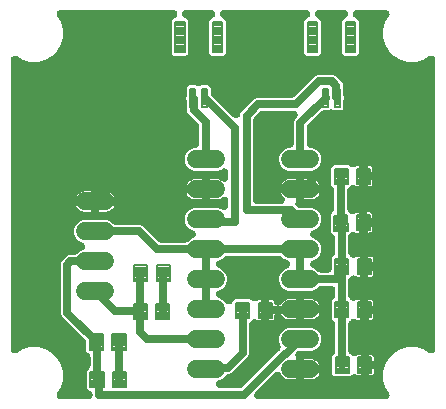
<source format=gbr>
G04 EAGLE Gerber RS-274X export*
G75*
%MOMM*%
%FSLAX34Y34*%
%LPD*%
%INTop Copper*%
%IPPOS*%
%AMOC8*
5,1,8,0,0,1.08239X$1,22.5*%
G01*
%ADD10C,0.195000*%
%ADD11C,0.198000*%
%ADD12C,0.200000*%
%ADD13C,1.524000*%
%ADD14C,0.700000*%

G36*
X76162Y10173D02*
X76162Y10173D01*
X76324Y10176D01*
X76425Y10193D01*
X76527Y10201D01*
X76685Y10237D01*
X76846Y10264D01*
X76943Y10297D01*
X77042Y10320D01*
X77193Y10379D01*
X77348Y10431D01*
X77439Y10477D01*
X77534Y10515D01*
X77674Y10597D01*
X77819Y10670D01*
X77902Y10730D01*
X77990Y10782D01*
X78117Y10884D01*
X78248Y10979D01*
X78321Y11050D01*
X78401Y11114D01*
X78511Y11235D01*
X78627Y11348D01*
X78688Y11430D01*
X78757Y11505D01*
X78847Y11640D01*
X78945Y11770D01*
X78994Y11860D01*
X79050Y11945D01*
X79119Y12092D01*
X79196Y12235D01*
X79231Y12332D01*
X79274Y12424D01*
X79320Y12580D01*
X79374Y12733D01*
X79394Y12834D01*
X79423Y12932D01*
X79444Y13092D01*
X79475Y13252D01*
X79483Y13378D01*
X79493Y13456D01*
X79492Y13535D01*
X79499Y13660D01*
X79499Y14202D01*
X79499Y14206D01*
X79499Y14211D01*
X79479Y14469D01*
X79459Y14729D01*
X79458Y14734D01*
X79458Y14738D01*
X79399Y14990D01*
X79340Y15244D01*
X79339Y15248D01*
X79338Y15253D01*
X79241Y15495D01*
X79145Y15736D01*
X79143Y15740D01*
X79141Y15744D01*
X79011Y15965D01*
X78878Y16192D01*
X78875Y16195D01*
X78873Y16199D01*
X78710Y16400D01*
X78546Y16603D01*
X78542Y16606D01*
X78539Y16609D01*
X78349Y16782D01*
X78155Y16959D01*
X78151Y16961D01*
X78148Y16965D01*
X77931Y17108D01*
X77715Y17252D01*
X77711Y17254D01*
X77707Y17257D01*
X77339Y17435D01*
X76089Y17952D01*
X75252Y18789D01*
X74799Y19883D01*
X74799Y34117D01*
X75252Y35211D01*
X76216Y36174D01*
X76325Y36252D01*
X76541Y36407D01*
X76545Y36410D01*
X76548Y36413D01*
X76727Y36587D01*
X76920Y36775D01*
X76923Y36779D01*
X76927Y36782D01*
X77081Y36986D01*
X77240Y37196D01*
X77242Y37200D01*
X77245Y37204D01*
X77372Y37440D01*
X77492Y37661D01*
X77494Y37665D01*
X77496Y37669D01*
X77587Y37922D01*
X77672Y38158D01*
X77673Y38163D01*
X77674Y38167D01*
X77725Y38429D01*
X77774Y38677D01*
X77774Y38681D01*
X77775Y38686D01*
X77799Y39094D01*
X77799Y46240D01*
X77799Y46245D01*
X77799Y46249D01*
X77780Y46501D01*
X77759Y46767D01*
X77758Y46772D01*
X77758Y46777D01*
X77699Y47027D01*
X77640Y47283D01*
X77639Y47287D01*
X77638Y47291D01*
X77542Y47529D01*
X77445Y47774D01*
X77443Y47778D01*
X77441Y47782D01*
X77310Y48006D01*
X77178Y48230D01*
X77175Y48234D01*
X77173Y48238D01*
X77012Y48436D01*
X76846Y48641D01*
X76842Y48644D01*
X76839Y48648D01*
X76648Y48821D01*
X76455Y48997D01*
X76451Y49000D01*
X76448Y49003D01*
X76228Y49149D01*
X76015Y49291D01*
X76011Y49292D01*
X76007Y49295D01*
X75696Y49445D01*
X74852Y50289D01*
X74399Y51383D01*
X74399Y57772D01*
X74391Y57883D01*
X74392Y57995D01*
X74371Y58146D01*
X74359Y58299D01*
X74334Y58408D01*
X74319Y58518D01*
X74275Y58665D01*
X74240Y58814D01*
X74199Y58918D01*
X74167Y59025D01*
X74102Y59163D01*
X74045Y59306D01*
X73989Y59402D01*
X73941Y59503D01*
X73856Y59630D01*
X73778Y59762D01*
X73708Y59849D01*
X73646Y59941D01*
X73506Y60098D01*
X73446Y60173D01*
X73414Y60202D01*
X73374Y60246D01*
X53337Y80284D01*
X52499Y82306D01*
X52499Y125094D01*
X53337Y127116D01*
X57684Y131463D01*
X59706Y132301D01*
X63764Y132301D01*
X63874Y132309D01*
X63986Y132308D01*
X64138Y132329D01*
X64291Y132341D01*
X64399Y132366D01*
X64510Y132381D01*
X64657Y132425D01*
X64806Y132460D01*
X64909Y132501D01*
X65016Y132533D01*
X65155Y132598D01*
X65297Y132655D01*
X65393Y132711D01*
X65494Y132759D01*
X65621Y132844D01*
X65754Y132922D01*
X65840Y132992D01*
X65933Y133054D01*
X66089Y133194D01*
X66165Y133254D01*
X66193Y133286D01*
X66238Y133326D01*
X67868Y134956D01*
X71033Y136267D01*
X71224Y136364D01*
X71417Y136454D01*
X71459Y136483D01*
X71505Y136506D01*
X71679Y136630D01*
X71856Y136748D01*
X71894Y136783D01*
X71936Y136813D01*
X72088Y136961D01*
X72246Y137106D01*
X72278Y137146D01*
X72315Y137181D01*
X72444Y137351D01*
X72578Y137517D01*
X72603Y137562D01*
X72634Y137602D01*
X72736Y137790D01*
X72844Y137974D01*
X72862Y138022D01*
X72887Y138067D01*
X72959Y138268D01*
X73037Y138466D01*
X73049Y138516D01*
X73066Y138564D01*
X73108Y138774D01*
X73155Y138982D01*
X73159Y139033D01*
X73169Y139083D01*
X73178Y139296D01*
X73194Y139509D01*
X73190Y139560D01*
X73192Y139611D01*
X73169Y139823D01*
X73152Y140036D01*
X73141Y140086D01*
X73135Y140137D01*
X73081Y140343D01*
X73032Y140551D01*
X73013Y140599D01*
X73000Y140648D01*
X72915Y140844D01*
X72836Y141042D01*
X72810Y141086D01*
X72789Y141133D01*
X72676Y141313D01*
X72567Y141498D01*
X72535Y141537D01*
X72508Y141581D01*
X72368Y141742D01*
X72234Y141908D01*
X72196Y141942D01*
X72162Y141981D01*
X72000Y142119D01*
X71842Y142263D01*
X71799Y142291D01*
X71760Y142324D01*
X71579Y142437D01*
X71401Y142555D01*
X71348Y142581D01*
X71311Y142603D01*
X71223Y142641D01*
X71033Y142733D01*
X67868Y144044D01*
X65162Y146750D01*
X63697Y150286D01*
X63697Y154114D01*
X65162Y157650D01*
X67868Y160356D01*
X71404Y161821D01*
X91996Y161821D01*
X95532Y160356D01*
X97162Y158726D01*
X97247Y158653D01*
X97324Y158573D01*
X97447Y158481D01*
X97563Y158381D01*
X97658Y158322D01*
X97747Y158255D01*
X97882Y158182D01*
X98012Y158101D01*
X98114Y158057D01*
X98212Y158004D01*
X98356Y157952D01*
X98497Y157891D01*
X98605Y157863D01*
X98710Y157826D01*
X98860Y157796D01*
X99008Y157758D01*
X99119Y157746D01*
X99229Y157725D01*
X99439Y157712D01*
X99534Y157702D01*
X99577Y157704D01*
X99636Y157701D01*
X119894Y157701D01*
X121916Y156863D01*
X135054Y143726D01*
X135138Y143653D01*
X135216Y143573D01*
X135338Y143481D01*
X135455Y143381D01*
X135549Y143322D01*
X135638Y143255D01*
X135773Y143182D01*
X135903Y143101D01*
X136005Y143057D01*
X136103Y143004D01*
X136248Y142952D01*
X136388Y142891D01*
X136496Y142863D01*
X136601Y142826D01*
X136752Y142796D01*
X136900Y142758D01*
X137011Y142746D01*
X137120Y142725D01*
X137330Y142712D01*
X137426Y142702D01*
X137468Y142704D01*
X137528Y142701D01*
X157564Y142701D01*
X157674Y142709D01*
X157786Y142708D01*
X157938Y142729D01*
X158091Y142741D01*
X158199Y142766D01*
X158310Y142781D01*
X158457Y142825D01*
X158606Y142860D01*
X158709Y142901D01*
X158816Y142933D01*
X158955Y142998D01*
X159097Y143055D01*
X159193Y143111D01*
X159294Y143159D01*
X159421Y143244D01*
X159554Y143322D01*
X159640Y143392D01*
X159733Y143454D01*
X159889Y143594D01*
X159965Y143654D01*
X159993Y143686D01*
X160038Y143726D01*
X161668Y145356D01*
X164833Y146667D01*
X165024Y146763D01*
X165217Y146854D01*
X165260Y146883D01*
X165305Y146906D01*
X165479Y147030D01*
X165656Y147148D01*
X165694Y147183D01*
X165736Y147213D01*
X165889Y147361D01*
X166046Y147506D01*
X166078Y147546D01*
X166115Y147581D01*
X166244Y147751D01*
X166378Y147917D01*
X166403Y147962D01*
X166434Y148002D01*
X166536Y148190D01*
X166644Y148374D01*
X166662Y148422D01*
X166687Y148467D01*
X166759Y148668D01*
X166837Y148866D01*
X166849Y148916D01*
X166866Y148964D01*
X166908Y149174D01*
X166955Y149382D01*
X166959Y149433D01*
X166969Y149483D01*
X166978Y149696D01*
X166994Y149909D01*
X166990Y149960D01*
X166992Y150011D01*
X166969Y150223D01*
X166952Y150436D01*
X166941Y150486D01*
X166935Y150537D01*
X166881Y150743D01*
X166832Y150951D01*
X166813Y150998D01*
X166800Y151048D01*
X166715Y151244D01*
X166636Y151442D01*
X166610Y151486D01*
X166589Y151533D01*
X166476Y151714D01*
X166367Y151898D01*
X166335Y151937D01*
X166308Y151981D01*
X166168Y152142D01*
X166034Y152308D01*
X165996Y152342D01*
X165962Y152381D01*
X165800Y152520D01*
X165642Y152663D01*
X165599Y152691D01*
X165560Y152724D01*
X165379Y152837D01*
X165201Y152955D01*
X165148Y152981D01*
X165111Y153003D01*
X165022Y153041D01*
X164833Y153133D01*
X161668Y154444D01*
X158962Y157150D01*
X157497Y160686D01*
X157497Y164514D01*
X158962Y168050D01*
X161668Y170756D01*
X165204Y172221D01*
X185796Y172221D01*
X189661Y170620D01*
X189714Y170602D01*
X189764Y170579D01*
X189965Y170520D01*
X190163Y170455D01*
X190218Y170446D01*
X190272Y170430D01*
X190479Y170402D01*
X190685Y170368D01*
X190741Y170367D01*
X190796Y170359D01*
X191004Y170363D01*
X191213Y170360D01*
X191269Y170367D01*
X191324Y170368D01*
X191530Y170403D01*
X191737Y170432D01*
X191791Y170448D01*
X191846Y170457D01*
X192044Y170523D01*
X192244Y170582D01*
X192295Y170606D01*
X192348Y170623D01*
X192534Y170718D01*
X192723Y170807D01*
X192769Y170838D01*
X192819Y170863D01*
X192988Y170985D01*
X193162Y171101D01*
X193203Y171139D01*
X193248Y171171D01*
X193397Y171317D01*
X193552Y171458D01*
X193587Y171502D01*
X193627Y171541D01*
X193752Y171707D01*
X193883Y171870D01*
X193911Y171918D01*
X193945Y171963D01*
X194044Y172147D01*
X194149Y172327D01*
X194170Y172379D01*
X194196Y172428D01*
X194267Y172625D01*
X194343Y172819D01*
X194355Y172873D01*
X194374Y172926D01*
X194414Y173131D01*
X194461Y173334D01*
X194465Y173390D01*
X194475Y173445D01*
X194499Y173853D01*
X194499Y178190D01*
X194486Y178372D01*
X194484Y178449D01*
X194481Y178469D01*
X194476Y178596D01*
X194464Y178656D01*
X194459Y178718D01*
X194414Y178916D01*
X194375Y179115D01*
X194354Y179173D01*
X194340Y179233D01*
X194265Y179421D01*
X194197Y179613D01*
X194168Y179667D01*
X194145Y179724D01*
X194042Y179900D01*
X193946Y180079D01*
X193909Y180127D01*
X193878Y180181D01*
X193750Y180339D01*
X193628Y180501D01*
X193584Y180544D01*
X193546Y180591D01*
X193395Y180728D01*
X193250Y180870D01*
X193200Y180906D01*
X193155Y180948D01*
X192986Y181060D01*
X192821Y181179D01*
X192766Y181207D01*
X192715Y181241D01*
X192530Y181327D01*
X192350Y181419D01*
X192291Y181438D01*
X192236Y181464D01*
X192041Y181521D01*
X191848Y181585D01*
X191787Y181596D01*
X191728Y181613D01*
X191527Y181640D01*
X191327Y181674D01*
X191265Y181675D01*
X191204Y181684D01*
X191001Y181680D01*
X190798Y181684D01*
X190737Y181676D01*
X190676Y181675D01*
X190475Y181641D01*
X190274Y181614D01*
X190215Y181596D01*
X190154Y181586D01*
X189961Y181522D01*
X189766Y181465D01*
X189711Y181439D01*
X189653Y181420D01*
X189471Y181328D01*
X189287Y181242D01*
X189226Y181203D01*
X189181Y181180D01*
X189104Y181124D01*
X188943Y181021D01*
X188400Y180627D01*
X187191Y180011D01*
X185901Y179592D01*
X184561Y179379D01*
X178999Y179379D01*
X178999Y188000D01*
X178999Y196621D01*
X184561Y196621D01*
X185901Y196408D01*
X187191Y195989D01*
X188400Y195373D01*
X188943Y194979D01*
X189116Y194872D01*
X189285Y194759D01*
X189341Y194733D01*
X189393Y194701D01*
X189580Y194622D01*
X189764Y194536D01*
X189823Y194518D01*
X189880Y194494D01*
X190077Y194444D01*
X190272Y194387D01*
X190333Y194379D01*
X190392Y194364D01*
X190594Y194343D01*
X190796Y194316D01*
X190857Y194317D01*
X190918Y194311D01*
X191121Y194322D01*
X191324Y194325D01*
X191385Y194336D01*
X191446Y194339D01*
X191645Y194380D01*
X191846Y194414D01*
X191904Y194433D01*
X191964Y194446D01*
X192154Y194516D01*
X192348Y194580D01*
X192402Y194608D01*
X192460Y194629D01*
X192638Y194728D01*
X192819Y194820D01*
X192868Y194856D01*
X192922Y194886D01*
X193084Y195010D01*
X193248Y195128D01*
X193292Y195171D01*
X193341Y195209D01*
X193481Y195356D01*
X193627Y195498D01*
X193664Y195546D01*
X193706Y195591D01*
X193823Y195758D01*
X193945Y195920D01*
X193974Y195974D01*
X194009Y196024D01*
X194099Y196206D01*
X194196Y196385D01*
X194217Y196443D01*
X194244Y196498D01*
X194306Y196691D01*
X194374Y196883D01*
X194386Y196943D01*
X194405Y197001D01*
X194437Y197202D01*
X194475Y197402D01*
X194480Y197474D01*
X194488Y197524D01*
X194488Y197620D01*
X194499Y197810D01*
X194499Y202147D01*
X194495Y202203D01*
X194497Y202259D01*
X194475Y202466D01*
X194459Y202675D01*
X194447Y202729D01*
X194441Y202784D01*
X194387Y202987D01*
X194340Y203190D01*
X194320Y203241D01*
X194306Y203296D01*
X194222Y203487D01*
X194145Y203681D01*
X194117Y203729D01*
X194095Y203780D01*
X193984Y203957D01*
X193878Y204138D01*
X193843Y204181D01*
X193814Y204228D01*
X193677Y204386D01*
X193546Y204548D01*
X193504Y204586D01*
X193468Y204628D01*
X193309Y204764D01*
X193155Y204905D01*
X193108Y204935D01*
X193066Y204972D01*
X192888Y205082D01*
X192715Y205198D01*
X192664Y205221D01*
X192617Y205251D01*
X192425Y205333D01*
X192236Y205421D01*
X192182Y205437D01*
X192131Y205459D01*
X191929Y205511D01*
X191728Y205570D01*
X191673Y205577D01*
X191619Y205591D01*
X191411Y205613D01*
X191204Y205641D01*
X191148Y205640D01*
X191093Y205645D01*
X190885Y205635D01*
X190676Y205632D01*
X190621Y205622D01*
X190565Y205620D01*
X190361Y205578D01*
X190154Y205543D01*
X190101Y205525D01*
X190047Y205514D01*
X189661Y205380D01*
X185796Y203779D01*
X165204Y203779D01*
X161668Y205244D01*
X158962Y207950D01*
X157497Y211486D01*
X157497Y215314D01*
X158962Y218850D01*
X161668Y221556D01*
X165204Y223021D01*
X166500Y223021D01*
X166662Y223033D01*
X166824Y223036D01*
X166925Y223053D01*
X167027Y223061D01*
X167185Y223097D01*
X167346Y223124D01*
X167443Y223157D01*
X167542Y223180D01*
X167693Y223239D01*
X167848Y223291D01*
X167939Y223337D01*
X168034Y223375D01*
X168174Y223457D01*
X168319Y223530D01*
X168402Y223590D01*
X168490Y223642D01*
X168617Y223744D01*
X168748Y223839D01*
X168821Y223910D01*
X168901Y223974D01*
X169011Y224095D01*
X169127Y224208D01*
X169188Y224290D01*
X169257Y224365D01*
X169347Y224500D01*
X169445Y224630D01*
X169494Y224720D01*
X169550Y224805D01*
X169619Y224952D01*
X169696Y225095D01*
X169731Y225192D01*
X169774Y225284D01*
X169820Y225440D01*
X169874Y225593D01*
X169894Y225694D01*
X169923Y225792D01*
X169944Y225952D01*
X169975Y226112D01*
X169983Y226238D01*
X169993Y226316D01*
X169992Y226395D01*
X169999Y226520D01*
X169999Y241294D01*
X169991Y241405D01*
X169992Y241516D01*
X169971Y241668D01*
X169959Y241821D01*
X169934Y241930D01*
X169919Y242040D01*
X169875Y242187D01*
X169840Y242336D01*
X169799Y242440D01*
X169767Y242547D01*
X169702Y242685D01*
X169645Y242828D01*
X169589Y242924D01*
X169541Y243024D01*
X169456Y243152D01*
X169378Y243284D01*
X169308Y243371D01*
X169246Y243463D01*
X169106Y243620D01*
X169046Y243695D01*
X169014Y243724D01*
X168974Y243768D01*
X160737Y252006D01*
X159899Y254028D01*
X159899Y255392D01*
X159883Y255610D01*
X159872Y255827D01*
X159863Y255873D01*
X159859Y255919D01*
X159810Y256132D01*
X159767Y256345D01*
X159749Y256396D01*
X159740Y256434D01*
X159705Y256523D01*
X159633Y256731D01*
X159399Y257295D01*
X159399Y262403D01*
X159383Y262621D01*
X159372Y262838D01*
X159363Y262883D01*
X159359Y262930D01*
X159310Y263142D01*
X159267Y263356D01*
X159249Y263407D01*
X159240Y263445D01*
X159205Y263534D01*
X159133Y263742D01*
X158899Y264306D01*
X158899Y266494D01*
X159133Y267058D01*
X159201Y267265D01*
X159274Y267470D01*
X159283Y267516D01*
X159298Y267561D01*
X159334Y267775D01*
X159375Y267989D01*
X159379Y268043D01*
X159385Y268082D01*
X159386Y268178D01*
X159399Y268397D01*
X159399Y273505D01*
X159855Y274604D01*
X160696Y275445D01*
X161795Y275901D01*
X167005Y275901D01*
X168061Y275463D01*
X168167Y275429D01*
X168269Y275385D01*
X168418Y275346D01*
X168563Y275298D01*
X168673Y275280D01*
X168781Y275252D01*
X168933Y275237D01*
X169085Y275211D01*
X169196Y275210D01*
X169307Y275198D01*
X169460Y275206D01*
X169613Y275203D01*
X169724Y275219D01*
X169835Y275224D01*
X169985Y275255D01*
X170137Y275275D01*
X170244Y275307D01*
X170353Y275329D01*
X170551Y275398D01*
X170644Y275426D01*
X170683Y275444D01*
X170739Y275463D01*
X171795Y275901D01*
X177005Y275901D01*
X178104Y275445D01*
X178945Y274604D01*
X179401Y273505D01*
X179401Y269628D01*
X179409Y269517D01*
X179408Y269405D01*
X179429Y269254D01*
X179441Y269101D01*
X179466Y268992D01*
X179481Y268882D01*
X179525Y268735D01*
X179560Y268586D01*
X179601Y268482D01*
X179633Y268375D01*
X179698Y268237D01*
X179755Y268094D01*
X179811Y267998D01*
X179859Y267897D01*
X179944Y267770D01*
X180022Y267638D01*
X180092Y267551D01*
X180154Y267459D01*
X180294Y267302D01*
X180354Y267227D01*
X180386Y267198D01*
X180426Y267154D01*
X198526Y249054D01*
X198599Y248991D01*
X198607Y248982D01*
X198620Y248972D01*
X198687Y248915D01*
X198845Y248771D01*
X198888Y248742D01*
X198927Y248709D01*
X199108Y248596D01*
X199285Y248478D01*
X199332Y248456D01*
X199375Y248429D01*
X199571Y248344D01*
X199764Y248254D01*
X199814Y248240D01*
X199861Y248219D01*
X200067Y248165D01*
X200272Y248105D01*
X200322Y248098D01*
X200372Y248085D01*
X200584Y248063D01*
X200796Y248035D01*
X200847Y248035D01*
X200898Y248030D01*
X201111Y248040D01*
X201324Y248044D01*
X201375Y248052D01*
X201426Y248055D01*
X201635Y248096D01*
X201846Y248132D01*
X201894Y248148D01*
X201944Y248158D01*
X202145Y248231D01*
X202348Y248298D01*
X202393Y248322D01*
X202441Y248339D01*
X202629Y248442D01*
X202819Y248538D01*
X202860Y248568D01*
X202905Y248593D01*
X203075Y248722D01*
X203248Y248846D01*
X203285Y248882D01*
X203326Y248913D01*
X203474Y249067D01*
X203627Y249216D01*
X203657Y249257D01*
X203693Y249294D01*
X203817Y249468D01*
X203945Y249638D01*
X203969Y249683D01*
X203999Y249725D01*
X204095Y249915D01*
X204196Y250103D01*
X204213Y250152D01*
X204236Y250197D01*
X204302Y250400D01*
X204374Y250601D01*
X204384Y250651D01*
X204400Y250700D01*
X204435Y250910D01*
X204445Y250963D01*
X205337Y253116D01*
X216884Y264663D01*
X218906Y265501D01*
X248394Y265501D01*
X248505Y265509D01*
X248616Y265508D01*
X248768Y265529D01*
X248921Y265541D01*
X249030Y265566D01*
X249140Y265581D01*
X249287Y265625D01*
X249436Y265660D01*
X249540Y265701D01*
X249647Y265733D01*
X249785Y265798D01*
X249928Y265855D01*
X250024Y265911D01*
X250124Y265959D01*
X250252Y266044D01*
X250384Y266122D01*
X250471Y266192D01*
X250563Y266254D01*
X250720Y266394D01*
X250795Y266454D01*
X250824Y266486D01*
X250868Y266526D01*
X268406Y284063D01*
X270428Y284901D01*
X283172Y284901D01*
X285194Y284063D01*
X290463Y278794D01*
X291301Y276772D01*
X291301Y275408D01*
X291317Y275190D01*
X291328Y274973D01*
X291337Y274927D01*
X291341Y274881D01*
X291390Y274668D01*
X291433Y274455D01*
X291451Y274404D01*
X291460Y274366D01*
X291495Y274277D01*
X291567Y274069D01*
X291801Y273505D01*
X291801Y268397D01*
X291817Y268179D01*
X291828Y267962D01*
X291837Y267917D01*
X291841Y267870D01*
X291890Y267658D01*
X291933Y267444D01*
X291951Y267393D01*
X291960Y267355D01*
X291995Y267266D01*
X292067Y267058D01*
X292301Y266494D01*
X292301Y264306D01*
X292067Y263742D01*
X291999Y263535D01*
X291926Y263330D01*
X291917Y263284D01*
X291902Y263239D01*
X291866Y263025D01*
X291825Y262811D01*
X291821Y262757D01*
X291815Y262718D01*
X291814Y262622D01*
X291801Y262403D01*
X291801Y257295D01*
X291345Y256196D01*
X290504Y255355D01*
X289405Y254899D01*
X284195Y254899D01*
X283139Y255337D01*
X283033Y255371D01*
X282931Y255415D01*
X282782Y255454D01*
X282637Y255502D01*
X282527Y255520D01*
X282419Y255548D01*
X282266Y255564D01*
X282115Y255589D01*
X282004Y255590D01*
X281893Y255602D01*
X281740Y255594D01*
X281587Y255597D01*
X281476Y255581D01*
X281365Y255576D01*
X281215Y255545D01*
X281063Y255525D01*
X280956Y255493D01*
X280847Y255471D01*
X280648Y255402D01*
X280556Y255374D01*
X280517Y255356D01*
X280461Y255337D01*
X279405Y254899D01*
X275528Y254899D01*
X275417Y254891D01*
X275305Y254892D01*
X275154Y254871D01*
X275001Y254859D01*
X274892Y254834D01*
X274782Y254819D01*
X274635Y254775D01*
X274486Y254740D01*
X274382Y254699D01*
X274275Y254667D01*
X274137Y254602D01*
X273994Y254545D01*
X273898Y254489D01*
X273797Y254441D01*
X273670Y254356D01*
X273538Y254278D01*
X273451Y254208D01*
X273359Y254146D01*
X273202Y254006D01*
X273127Y253946D01*
X273098Y253914D01*
X273054Y253874D01*
X261826Y242646D01*
X261753Y242562D01*
X261673Y242484D01*
X261581Y242362D01*
X261481Y242245D01*
X261422Y242151D01*
X261355Y242062D01*
X261282Y241927D01*
X261201Y241797D01*
X261157Y241695D01*
X261104Y241597D01*
X261052Y241452D01*
X260991Y241312D01*
X260963Y241204D01*
X260926Y241099D01*
X260896Y240948D01*
X260858Y240800D01*
X260846Y240689D01*
X260825Y240580D01*
X260812Y240370D01*
X260802Y240274D01*
X260804Y240232D01*
X260801Y240172D01*
X260801Y226520D01*
X260813Y226358D01*
X260816Y226196D01*
X260833Y226095D01*
X260841Y225993D01*
X260877Y225835D01*
X260904Y225674D01*
X260937Y225577D01*
X260960Y225478D01*
X261019Y225327D01*
X261071Y225172D01*
X261117Y225081D01*
X261155Y224986D01*
X261237Y224846D01*
X261310Y224701D01*
X261370Y224618D01*
X261422Y224530D01*
X261524Y224403D01*
X261619Y224272D01*
X261690Y224199D01*
X261754Y224119D01*
X261875Y224009D01*
X261988Y223893D01*
X262070Y223832D01*
X262145Y223763D01*
X262280Y223673D01*
X262410Y223575D01*
X262500Y223526D01*
X262585Y223470D01*
X262732Y223401D01*
X262875Y223324D01*
X262972Y223289D01*
X263064Y223246D01*
X263220Y223200D01*
X263373Y223146D01*
X263474Y223126D01*
X263572Y223097D01*
X263732Y223076D01*
X263892Y223045D01*
X264018Y223037D01*
X264096Y223027D01*
X264175Y223028D01*
X264300Y223021D01*
X265596Y223021D01*
X269132Y221556D01*
X271838Y218850D01*
X273303Y215314D01*
X273303Y211486D01*
X271838Y207950D01*
X269132Y205244D01*
X265596Y203779D01*
X245004Y203779D01*
X241468Y205244D01*
X238762Y207950D01*
X237297Y211486D01*
X237297Y215314D01*
X238762Y218850D01*
X241468Y221556D01*
X245004Y223021D01*
X246300Y223021D01*
X246462Y223033D01*
X246624Y223036D01*
X246725Y223053D01*
X246827Y223061D01*
X246985Y223097D01*
X247146Y223124D01*
X247243Y223157D01*
X247342Y223180D01*
X247493Y223239D01*
X247648Y223291D01*
X247739Y223337D01*
X247834Y223375D01*
X247974Y223457D01*
X248119Y223530D01*
X248202Y223590D01*
X248290Y223642D01*
X248417Y223744D01*
X248548Y223839D01*
X248621Y223910D01*
X248701Y223974D01*
X248811Y224095D01*
X248927Y224208D01*
X248988Y224290D01*
X249057Y224365D01*
X249147Y224500D01*
X249245Y224630D01*
X249294Y224720D01*
X249350Y224805D01*
X249419Y224952D01*
X249496Y225095D01*
X249531Y225192D01*
X249574Y225284D01*
X249620Y225440D01*
X249674Y225593D01*
X249694Y225694D01*
X249723Y225792D01*
X249744Y225952D01*
X249775Y226112D01*
X249783Y226238D01*
X249793Y226316D01*
X249792Y226395D01*
X249799Y226520D01*
X249799Y244994D01*
X250637Y247016D01*
X252146Y248526D01*
X252286Y248688D01*
X252429Y248845D01*
X252458Y248888D01*
X252491Y248927D01*
X252604Y249108D01*
X252722Y249285D01*
X252744Y249332D01*
X252771Y249375D01*
X252855Y249570D01*
X252946Y249764D01*
X252960Y249814D01*
X252981Y249861D01*
X253035Y250067D01*
X253095Y250272D01*
X253102Y250322D01*
X253115Y250372D01*
X253137Y250584D01*
X253165Y250796D01*
X253165Y250847D01*
X253170Y250898D01*
X253160Y251111D01*
X253156Y251324D01*
X253148Y251375D01*
X253145Y251426D01*
X253104Y251635D01*
X253068Y251846D01*
X253052Y251894D01*
X253042Y251944D01*
X252969Y252145D01*
X252902Y252348D01*
X252878Y252393D01*
X252861Y252441D01*
X252758Y252629D01*
X252662Y252819D01*
X252632Y252860D01*
X252607Y252905D01*
X252477Y253076D01*
X252354Y253248D01*
X252318Y253285D01*
X252287Y253326D01*
X252133Y253474D01*
X251984Y253627D01*
X251943Y253657D01*
X251907Y253693D01*
X251732Y253817D01*
X251562Y253945D01*
X251517Y253969D01*
X251475Y253999D01*
X251285Y254095D01*
X251097Y254196D01*
X251048Y254213D01*
X251003Y254236D01*
X250800Y254302D01*
X250599Y254374D01*
X250549Y254384D01*
X250500Y254400D01*
X250290Y254435D01*
X250080Y254475D01*
X250020Y254479D01*
X249978Y254486D01*
X249882Y254487D01*
X249672Y254499D01*
X223728Y254499D01*
X223617Y254491D01*
X223505Y254492D01*
X223354Y254471D01*
X223201Y254459D01*
X223092Y254434D01*
X222982Y254419D01*
X222835Y254375D01*
X222686Y254340D01*
X222582Y254299D01*
X222475Y254267D01*
X222337Y254202D01*
X222194Y254145D01*
X222098Y254089D01*
X221997Y254041D01*
X221870Y253956D01*
X221738Y253878D01*
X221651Y253808D01*
X221559Y253746D01*
X221402Y253606D01*
X221327Y253546D01*
X221298Y253514D01*
X221254Y253474D01*
X216526Y248746D01*
X216453Y248662D01*
X216373Y248584D01*
X216281Y248462D01*
X216181Y248345D01*
X216122Y248251D01*
X216055Y248162D01*
X215982Y248027D01*
X215901Y247897D01*
X215857Y247795D01*
X215804Y247697D01*
X215752Y247552D01*
X215691Y247412D01*
X215663Y247304D01*
X215626Y247199D01*
X215596Y247048D01*
X215558Y246900D01*
X215546Y246789D01*
X215525Y246680D01*
X215512Y246470D01*
X215502Y246374D01*
X215504Y246332D01*
X215501Y246272D01*
X215501Y179000D01*
X215513Y178838D01*
X215516Y178676D01*
X215533Y178575D01*
X215541Y178473D01*
X215577Y178315D01*
X215604Y178154D01*
X215637Y178057D01*
X215660Y177958D01*
X215719Y177807D01*
X215771Y177652D01*
X215817Y177561D01*
X215855Y177466D01*
X215937Y177326D01*
X216010Y177181D01*
X216070Y177098D01*
X216122Y177010D01*
X216224Y176883D01*
X216319Y176752D01*
X216390Y176679D01*
X216454Y176599D01*
X216575Y176489D01*
X216688Y176373D01*
X216770Y176312D01*
X216845Y176243D01*
X216980Y176153D01*
X217110Y176055D01*
X217200Y176006D01*
X217285Y175950D01*
X217432Y175881D01*
X217575Y175804D01*
X217672Y175769D01*
X217764Y175726D01*
X217920Y175680D01*
X218073Y175626D01*
X218174Y175606D01*
X218272Y175577D01*
X218432Y175556D01*
X218592Y175525D01*
X218718Y175517D01*
X218796Y175507D01*
X218875Y175508D01*
X219000Y175501D01*
X238778Y175501D01*
X238991Y175517D01*
X239204Y175527D01*
X239254Y175537D01*
X239305Y175541D01*
X239513Y175589D01*
X239722Y175631D01*
X239771Y175648D01*
X239820Y175660D01*
X240018Y175738D01*
X240219Y175811D01*
X240264Y175836D01*
X240312Y175855D01*
X240496Y175963D01*
X240683Y176065D01*
X240724Y176096D01*
X240768Y176122D01*
X240934Y176256D01*
X241103Y176385D01*
X241139Y176422D01*
X241179Y176454D01*
X241323Y176612D01*
X241471Y176766D01*
X241500Y176807D01*
X241535Y176845D01*
X241653Y177023D01*
X241777Y177197D01*
X241800Y177243D01*
X241828Y177285D01*
X241918Y177479D01*
X242014Y177669D01*
X242030Y177718D01*
X242052Y177764D01*
X242112Y177969D01*
X242178Y178172D01*
X242186Y178223D01*
X242200Y178272D01*
X242229Y178483D01*
X242264Y178694D01*
X242264Y178745D01*
X242271Y178796D01*
X242267Y179009D01*
X242270Y179222D01*
X242263Y179273D01*
X242262Y179324D01*
X242226Y179535D01*
X242197Y179746D01*
X242182Y179795D01*
X242173Y179846D01*
X242106Y180049D01*
X242045Y180253D01*
X242023Y180299D01*
X242007Y180347D01*
X241910Y180538D01*
X241819Y180731D01*
X241791Y180773D01*
X241767Y180819D01*
X241643Y180992D01*
X241524Y181169D01*
X241484Y181214D01*
X241459Y181248D01*
X241392Y181317D01*
X241252Y181474D01*
X240342Y182384D01*
X239545Y183482D01*
X239026Y184501D01*
X251801Y184501D01*
X251801Y177756D01*
X251749Y177683D01*
X251726Y177637D01*
X251698Y177595D01*
X251607Y177401D01*
X251511Y177210D01*
X251496Y177162D01*
X251474Y177116D01*
X251414Y176911D01*
X251348Y176708D01*
X251340Y176657D01*
X251325Y176608D01*
X251297Y176396D01*
X251262Y176186D01*
X251261Y176135D01*
X251255Y176084D01*
X251258Y175871D01*
X251256Y175657D01*
X251263Y175607D01*
X251264Y175556D01*
X251300Y175345D01*
X251329Y175134D01*
X251344Y175085D01*
X251352Y175034D01*
X251420Y174831D01*
X251481Y174627D01*
X251502Y174581D01*
X251518Y174533D01*
X251615Y174342D01*
X251707Y174149D01*
X251735Y174107D01*
X251758Y174061D01*
X251883Y173888D01*
X252002Y173711D01*
X252042Y173666D01*
X252066Y173632D01*
X252134Y173563D01*
X252274Y173405D01*
X252434Y173245D01*
X252518Y173173D01*
X252596Y173093D01*
X252718Y173001D01*
X252835Y172901D01*
X252929Y172842D01*
X253018Y172775D01*
X253153Y172702D01*
X253283Y172621D01*
X253385Y172577D01*
X253483Y172524D01*
X253628Y172472D01*
X253769Y172411D01*
X253876Y172383D01*
X253981Y172346D01*
X254132Y172316D01*
X254280Y172277D01*
X254391Y172266D01*
X254500Y172245D01*
X254710Y172232D01*
X254806Y172222D01*
X254849Y172224D01*
X254908Y172221D01*
X265596Y172221D01*
X269132Y170756D01*
X271838Y168050D01*
X273303Y164514D01*
X273303Y160686D01*
X271838Y157150D01*
X269132Y154444D01*
X265967Y153133D01*
X265776Y153037D01*
X265583Y152946D01*
X265540Y152917D01*
X265495Y152894D01*
X265321Y152770D01*
X265144Y152652D01*
X265106Y152617D01*
X265064Y152587D01*
X264911Y152439D01*
X264754Y152294D01*
X264722Y152254D01*
X264685Y152219D01*
X264556Y152049D01*
X264422Y151883D01*
X264397Y151838D01*
X264366Y151798D01*
X264264Y151610D01*
X264156Y151426D01*
X264138Y151378D01*
X264113Y151333D01*
X264041Y151132D01*
X263963Y150934D01*
X263951Y150884D01*
X263934Y150836D01*
X263892Y150626D01*
X263845Y150418D01*
X263841Y150367D01*
X263831Y150317D01*
X263822Y150104D01*
X263806Y149891D01*
X263810Y149840D01*
X263808Y149789D01*
X263831Y149577D01*
X263848Y149364D01*
X263859Y149314D01*
X263865Y149263D01*
X263919Y149057D01*
X263968Y148849D01*
X263987Y148801D01*
X264000Y148752D01*
X264085Y148556D01*
X264164Y148358D01*
X264190Y148314D01*
X264211Y148267D01*
X264324Y148086D01*
X264433Y147902D01*
X264465Y147863D01*
X264492Y147819D01*
X264632Y147658D01*
X264766Y147492D01*
X264804Y147458D01*
X264838Y147419D01*
X265000Y147280D01*
X265158Y147137D01*
X265201Y147109D01*
X265240Y147076D01*
X265421Y146963D01*
X265599Y146845D01*
X265652Y146819D01*
X265689Y146797D01*
X265778Y146759D01*
X265967Y146667D01*
X269132Y145356D01*
X271838Y142650D01*
X273303Y139114D01*
X273303Y135286D01*
X271838Y131750D01*
X269132Y129044D01*
X265967Y127733D01*
X265776Y127637D01*
X265583Y127546D01*
X265540Y127517D01*
X265495Y127494D01*
X265321Y127370D01*
X265144Y127251D01*
X265106Y127217D01*
X265064Y127187D01*
X264911Y127038D01*
X264754Y126894D01*
X264722Y126855D01*
X264685Y126819D01*
X264556Y126649D01*
X264422Y126483D01*
X264396Y126438D01*
X264366Y126398D01*
X264264Y126210D01*
X264156Y126026D01*
X264138Y125978D01*
X264113Y125933D01*
X264041Y125732D01*
X263963Y125534D01*
X263951Y125484D01*
X263934Y125436D01*
X263892Y125226D01*
X263845Y125018D01*
X263841Y124967D01*
X263831Y124917D01*
X263822Y124704D01*
X263806Y124491D01*
X263810Y124440D01*
X263808Y124389D01*
X263831Y124177D01*
X263848Y123964D01*
X263859Y123914D01*
X263865Y123863D01*
X263919Y123657D01*
X263968Y123449D01*
X263987Y123401D01*
X264000Y123352D01*
X264085Y123156D01*
X264164Y122958D01*
X264190Y122914D01*
X264211Y122867D01*
X264324Y122686D01*
X264433Y122502D01*
X264465Y122463D01*
X264492Y122419D01*
X264632Y122258D01*
X264766Y122092D01*
X264804Y122058D01*
X264838Y122019D01*
X265000Y121881D01*
X265158Y121737D01*
X265201Y121709D01*
X265240Y121676D01*
X265421Y121563D01*
X265599Y121445D01*
X265652Y121419D01*
X265689Y121397D01*
X265777Y121359D01*
X265967Y121267D01*
X269132Y119956D01*
X270762Y118326D01*
X270847Y118253D01*
X270924Y118173D01*
X271047Y118081D01*
X271163Y117981D01*
X271258Y117922D01*
X271347Y117855D01*
X271482Y117782D01*
X271612Y117701D01*
X271714Y117657D01*
X271812Y117604D01*
X271956Y117552D01*
X272097Y117491D01*
X272205Y117463D01*
X272310Y117426D01*
X272460Y117396D01*
X272608Y117358D01*
X272719Y117346D01*
X272829Y117325D01*
X273039Y117312D01*
X273134Y117302D01*
X273177Y117304D01*
X273236Y117301D01*
X278500Y117301D01*
X278662Y117313D01*
X278824Y117316D01*
X278925Y117333D01*
X279027Y117341D01*
X279185Y117377D01*
X279346Y117404D01*
X279443Y117437D01*
X279542Y117460D01*
X279693Y117519D01*
X279848Y117571D01*
X279939Y117617D01*
X280034Y117655D01*
X280174Y117737D01*
X280319Y117810D01*
X280402Y117870D01*
X280490Y117922D01*
X280617Y118024D01*
X280748Y118119D01*
X280821Y118190D01*
X280901Y118254D01*
X281011Y118375D01*
X281127Y118488D01*
X281188Y118570D01*
X281257Y118645D01*
X281347Y118780D01*
X281445Y118910D01*
X281494Y119000D01*
X281550Y119085D01*
X281619Y119232D01*
X281696Y119375D01*
X281731Y119472D01*
X281774Y119564D01*
X281820Y119720D01*
X281874Y119873D01*
X281894Y119974D01*
X281923Y120072D01*
X281944Y120232D01*
X281975Y120392D01*
X281983Y120518D01*
X281993Y120596D01*
X281992Y120675D01*
X281999Y120800D01*
X281999Y129617D01*
X282452Y130711D01*
X283416Y131674D01*
X283525Y131752D01*
X283741Y131907D01*
X283745Y131910D01*
X283748Y131913D01*
X283927Y132087D01*
X284120Y132275D01*
X284123Y132279D01*
X284127Y132282D01*
X284281Y132486D01*
X284440Y132696D01*
X284442Y132700D01*
X284445Y132704D01*
X284571Y132938D01*
X284692Y133161D01*
X284694Y133165D01*
X284696Y133169D01*
X284786Y133420D01*
X284872Y133658D01*
X284873Y133663D01*
X284874Y133667D01*
X284925Y133929D01*
X284974Y134177D01*
X284974Y134181D01*
X284975Y134186D01*
X284999Y134594D01*
X284999Y146765D01*
X284996Y146812D01*
X284998Y146860D01*
X284976Y147076D01*
X284959Y147292D01*
X284949Y147338D01*
X284944Y147386D01*
X284889Y147596D01*
X284840Y147807D01*
X284823Y147851D01*
X284811Y147897D01*
X284725Y148097D01*
X284645Y148299D01*
X284621Y148340D01*
X284603Y148383D01*
X284488Y148567D01*
X284378Y148755D01*
X284348Y148792D01*
X284323Y148832D01*
X284183Y148997D01*
X284046Y149166D01*
X284010Y149198D01*
X283980Y149234D01*
X283816Y149375D01*
X283655Y149522D01*
X283615Y149548D01*
X283579Y149579D01*
X283396Y149695D01*
X283215Y149815D01*
X283172Y149835D01*
X283132Y149861D01*
X282760Y150030D01*
X282715Y150047D01*
X281858Y150863D01*
X281379Y151945D01*
X281031Y166175D01*
X281457Y167279D01*
X282301Y168166D01*
X282320Y168176D01*
X282521Y168279D01*
X282553Y168301D01*
X282586Y168319D01*
X282768Y168455D01*
X282951Y168587D01*
X282978Y168613D01*
X283009Y168637D01*
X283168Y168799D01*
X283329Y168956D01*
X283352Y168987D01*
X283379Y169014D01*
X283512Y169198D01*
X283648Y169378D01*
X283666Y169412D01*
X283688Y169443D01*
X283791Y169644D01*
X283899Y169844D01*
X283912Y169880D01*
X283929Y169914D01*
X284000Y170127D01*
X284077Y170341D01*
X284084Y170379D01*
X284097Y170415D01*
X284135Y170637D01*
X284178Y170860D01*
X284181Y170904D01*
X284186Y170936D01*
X284188Y171029D01*
X284202Y171268D01*
X284202Y186990D01*
X284194Y187101D01*
X284195Y187213D01*
X284174Y187364D01*
X284162Y187517D01*
X284137Y187626D01*
X284122Y187736D01*
X284078Y187883D01*
X284043Y188033D01*
X284002Y188136D01*
X283970Y188243D01*
X283905Y188381D01*
X283848Y188524D01*
X283792Y188620D01*
X283744Y188721D01*
X283659Y188848D01*
X283581Y188980D01*
X283511Y189067D01*
X283449Y189159D01*
X283309Y189316D01*
X283248Y189391D01*
X283217Y189420D01*
X283177Y189464D01*
X281852Y190789D01*
X281399Y191883D01*
X281399Y206117D01*
X281852Y207211D01*
X282689Y208048D01*
X283783Y208501D01*
X296017Y208501D01*
X297111Y208048D01*
X297658Y207500D01*
X297835Y207348D01*
X298009Y207193D01*
X298035Y207176D01*
X298059Y207156D01*
X298257Y207032D01*
X298453Y206905D01*
X298481Y206892D01*
X298507Y206876D01*
X298722Y206783D01*
X298934Y206687D01*
X298964Y206679D01*
X298993Y206666D01*
X299219Y206607D01*
X299443Y206544D01*
X299474Y206540D01*
X299504Y206532D01*
X299736Y206508D01*
X299968Y206479D01*
X299999Y206480D01*
X300030Y206477D01*
X300262Y206488D01*
X300497Y206495D01*
X300527Y206500D01*
X300558Y206502D01*
X300787Y206547D01*
X301017Y206589D01*
X301046Y206599D01*
X301077Y206605D01*
X301296Y206685D01*
X301517Y206761D01*
X301549Y206777D01*
X301574Y206786D01*
X301651Y206828D01*
X301882Y206944D01*
X302612Y207366D01*
X303115Y207501D01*
X305401Y207501D01*
X305401Y199000D01*
X305401Y190499D01*
X303115Y190499D01*
X302612Y190634D01*
X301882Y191056D01*
X301671Y191157D01*
X301463Y191262D01*
X301434Y191271D01*
X301405Y191285D01*
X301181Y191353D01*
X300960Y191425D01*
X300930Y191430D01*
X300900Y191439D01*
X300668Y191473D01*
X300438Y191511D01*
X300408Y191511D01*
X300377Y191516D01*
X300143Y191515D01*
X299910Y191517D01*
X299879Y191513D01*
X299848Y191513D01*
X299617Y191476D01*
X299386Y191444D01*
X299357Y191435D01*
X299326Y191430D01*
X299103Y191359D01*
X298880Y191293D01*
X298851Y191279D01*
X298822Y191270D01*
X298613Y191167D01*
X298402Y191067D01*
X298376Y191049D01*
X298348Y191035D01*
X298157Y190902D01*
X297963Y190771D01*
X297937Y190747D01*
X297915Y190732D01*
X297851Y190671D01*
X297658Y190500D01*
X297064Y189905D01*
X296892Y189819D01*
X296888Y189816D01*
X296884Y189814D01*
X296679Y189667D01*
X296462Y189512D01*
X296458Y189508D01*
X296454Y189506D01*
X296275Y189330D01*
X296082Y189143D01*
X296079Y189139D01*
X296076Y189136D01*
X295924Y188934D01*
X295763Y188722D01*
X295761Y188718D01*
X295758Y188714D01*
X295634Y188484D01*
X295510Y188257D01*
X295509Y188253D01*
X295507Y188249D01*
X295417Y188000D01*
X295331Y187760D01*
X295330Y187756D01*
X295329Y187751D01*
X295278Y187491D01*
X295228Y187241D01*
X295228Y187237D01*
X295227Y187232D01*
X295204Y186824D01*
X295204Y171405D01*
X295215Y171251D01*
X295217Y171097D01*
X295235Y170988D01*
X295243Y170877D01*
X295278Y170727D01*
X295303Y170575D01*
X295338Y170470D01*
X295362Y170362D01*
X295419Y170219D01*
X295467Y170072D01*
X295517Y169973D01*
X295558Y169871D01*
X295635Y169738D01*
X295705Y169600D01*
X295769Y169510D01*
X295825Y169414D01*
X295922Y169295D01*
X296011Y169169D01*
X296104Y169069D01*
X296157Y169004D01*
X296212Y168954D01*
X296290Y168871D01*
X297251Y167955D01*
X297431Y167808D01*
X297610Y167657D01*
X297636Y167640D01*
X297660Y167621D01*
X297861Y167502D01*
X298060Y167379D01*
X298088Y167367D01*
X298115Y167351D01*
X298331Y167264D01*
X298547Y167173D01*
X298577Y167166D01*
X298606Y167154D01*
X298833Y167100D01*
X299059Y167043D01*
X299090Y167040D01*
X299120Y167033D01*
X299353Y167014D01*
X299585Y166991D01*
X299616Y166993D01*
X299647Y166990D01*
X299880Y167007D01*
X300113Y167019D01*
X300144Y167025D01*
X300175Y167028D01*
X300402Y167079D01*
X300631Y167126D01*
X300660Y167137D01*
X300690Y167144D01*
X300908Y167229D01*
X301126Y167310D01*
X301158Y167327D01*
X301183Y167337D01*
X301258Y167381D01*
X301487Y167503D01*
X302207Y167942D01*
X302706Y168089D01*
X304991Y168145D01*
X305199Y159647D01*
X305199Y159646D01*
X305406Y151148D01*
X303121Y151093D01*
X302616Y151215D01*
X301875Y151619D01*
X301662Y151715D01*
X301451Y151814D01*
X301422Y151823D01*
X301393Y151836D01*
X301168Y151899D01*
X300945Y151966D01*
X300914Y151970D01*
X300884Y151978D01*
X300653Y152006D01*
X300421Y152039D01*
X300390Y152038D01*
X300359Y152042D01*
X300126Y152035D01*
X299892Y152032D01*
X299862Y152027D01*
X299831Y152026D01*
X299600Y151984D01*
X299371Y151946D01*
X299341Y151936D01*
X299311Y151931D01*
X299089Y151854D01*
X298868Y151782D01*
X298840Y151768D01*
X298811Y151758D01*
X298604Y151650D01*
X298396Y151545D01*
X298370Y151527D01*
X298343Y151512D01*
X298155Y151374D01*
X297965Y151238D01*
X297939Y151214D01*
X297917Y151198D01*
X297855Y151136D01*
X297666Y150960D01*
X296966Y150224D01*
X296922Y150171D01*
X296873Y150123D01*
X296755Y149967D01*
X296631Y149815D01*
X296596Y149756D01*
X296555Y149701D01*
X296462Y149528D01*
X296362Y149360D01*
X296337Y149296D01*
X296304Y149236D01*
X296238Y149051D01*
X296165Y148869D01*
X296149Y148803D01*
X296126Y148738D01*
X296088Y148545D01*
X296043Y148355D01*
X296038Y148287D01*
X296025Y148219D01*
X296004Y147870D01*
X296001Y147828D01*
X296001Y147821D01*
X296001Y147811D01*
X296001Y134594D01*
X296001Y134589D01*
X296001Y134585D01*
X296021Y134324D01*
X296041Y134067D01*
X296042Y134062D01*
X296042Y134058D01*
X296101Y133804D01*
X296160Y133552D01*
X296161Y133547D01*
X296162Y133543D01*
X296259Y133302D01*
X296355Y133060D01*
X296357Y133056D01*
X296359Y133052D01*
X296489Y132830D01*
X296622Y132604D01*
X296625Y132600D01*
X296627Y132596D01*
X296792Y132394D01*
X296954Y132193D01*
X296958Y132190D01*
X296961Y132186D01*
X297152Y132013D01*
X297345Y131837D01*
X297349Y131834D01*
X297353Y131831D01*
X297572Y131686D01*
X297573Y131685D01*
X298258Y131000D01*
X298435Y130848D01*
X298609Y130693D01*
X298635Y130676D01*
X298659Y130656D01*
X298857Y130532D01*
X299053Y130405D01*
X299081Y130392D01*
X299107Y130376D01*
X299322Y130283D01*
X299534Y130187D01*
X299564Y130179D01*
X299593Y130166D01*
X299819Y130107D01*
X300043Y130044D01*
X300074Y130040D01*
X300104Y130032D01*
X300336Y130008D01*
X300568Y129979D01*
X300599Y129980D01*
X300630Y129977D01*
X300862Y129988D01*
X301097Y129995D01*
X301127Y130000D01*
X301158Y130002D01*
X301387Y130047D01*
X301617Y130089D01*
X301646Y130099D01*
X301677Y130105D01*
X301896Y130185D01*
X302117Y130261D01*
X302149Y130277D01*
X302174Y130286D01*
X302251Y130328D01*
X302482Y130444D01*
X303212Y130866D01*
X303715Y131001D01*
X306001Y131001D01*
X306001Y122500D01*
X306001Y113999D01*
X303715Y113999D01*
X303212Y114134D01*
X302482Y114556D01*
X302271Y114657D01*
X302063Y114762D01*
X302034Y114771D01*
X302005Y114785D01*
X301781Y114853D01*
X301560Y114925D01*
X301530Y114930D01*
X301500Y114939D01*
X301268Y114973D01*
X301038Y115011D01*
X301008Y115011D01*
X300977Y115016D01*
X300743Y115015D01*
X300510Y115017D01*
X300479Y115013D01*
X300448Y115013D01*
X300217Y114976D01*
X299986Y114944D01*
X299957Y114935D01*
X299926Y114930D01*
X299703Y114859D01*
X299480Y114793D01*
X299451Y114779D01*
X299422Y114770D01*
X299213Y114667D01*
X299002Y114567D01*
X298976Y114549D01*
X298948Y114535D01*
X298757Y114402D01*
X298563Y114271D01*
X298537Y114247D01*
X298515Y114232D01*
X298451Y114171D01*
X298258Y114000D01*
X297584Y113326D01*
X297475Y113248D01*
X297259Y113093D01*
X297255Y113090D01*
X297252Y113087D01*
X297073Y112913D01*
X296880Y112725D01*
X296877Y112721D01*
X296873Y112718D01*
X296717Y112511D01*
X296560Y112304D01*
X296558Y112300D01*
X296555Y112296D01*
X296428Y112060D01*
X296308Y111839D01*
X296306Y111835D01*
X296304Y111831D01*
X296213Y111578D01*
X296128Y111342D01*
X296127Y111337D01*
X296126Y111333D01*
X296074Y111067D01*
X296026Y110823D01*
X296026Y110819D01*
X296025Y110814D01*
X296001Y110406D01*
X296001Y98094D01*
X296001Y98089D01*
X296001Y98085D01*
X296021Y97824D01*
X296041Y97567D01*
X296042Y97562D01*
X296042Y97558D01*
X296103Y97297D01*
X296160Y97052D01*
X296161Y97047D01*
X296162Y97043D01*
X296259Y96802D01*
X296355Y96560D01*
X296357Y96556D01*
X296359Y96552D01*
X296489Y96330D01*
X296622Y96104D01*
X296625Y96100D01*
X296627Y96096D01*
X296792Y95893D01*
X296954Y95693D01*
X296958Y95690D01*
X296961Y95686D01*
X297152Y95513D01*
X297345Y95337D01*
X297349Y95334D01*
X297353Y95331D01*
X297570Y95187D01*
X297573Y95185D01*
X298258Y94500D01*
X298435Y94348D01*
X298609Y94193D01*
X298635Y94176D01*
X298659Y94156D01*
X298857Y94032D01*
X299053Y93905D01*
X299081Y93892D01*
X299107Y93876D01*
X299322Y93783D01*
X299534Y93687D01*
X299564Y93679D01*
X299593Y93666D01*
X299819Y93607D01*
X300043Y93544D01*
X300074Y93540D01*
X300104Y93532D01*
X300336Y93508D01*
X300568Y93479D01*
X300599Y93480D01*
X300630Y93477D01*
X300862Y93488D01*
X301097Y93495D01*
X301127Y93500D01*
X301158Y93502D01*
X301387Y93547D01*
X301617Y93589D01*
X301646Y93599D01*
X301677Y93605D01*
X301896Y93685D01*
X302117Y93761D01*
X302149Y93777D01*
X302174Y93786D01*
X302251Y93828D01*
X302482Y93944D01*
X303212Y94366D01*
X303715Y94501D01*
X306001Y94501D01*
X306001Y86000D01*
X306001Y77499D01*
X303715Y77499D01*
X303212Y77634D01*
X302482Y78056D01*
X302271Y78157D01*
X302063Y78262D01*
X302034Y78271D01*
X302005Y78285D01*
X301781Y78353D01*
X301560Y78425D01*
X301530Y78430D01*
X301500Y78439D01*
X301268Y78473D01*
X301038Y78511D01*
X301008Y78511D01*
X300977Y78516D01*
X300743Y78515D01*
X300510Y78517D01*
X300479Y78513D01*
X300448Y78513D01*
X300217Y78476D01*
X299986Y78444D01*
X299957Y78435D01*
X299926Y78430D01*
X299703Y78359D01*
X299480Y78293D01*
X299451Y78279D01*
X299422Y78270D01*
X299213Y78167D01*
X299002Y78067D01*
X298976Y78049D01*
X298948Y78035D01*
X298757Y77901D01*
X298563Y77771D01*
X298537Y77747D01*
X298515Y77732D01*
X298451Y77671D01*
X298258Y77500D01*
X297584Y76826D01*
X297475Y76748D01*
X297259Y76593D01*
X297255Y76590D01*
X297252Y76587D01*
X297073Y76413D01*
X296880Y76225D01*
X296877Y76221D01*
X296873Y76218D01*
X296717Y76011D01*
X296560Y75804D01*
X296558Y75800D01*
X296555Y75796D01*
X296427Y75559D01*
X296308Y75339D01*
X296306Y75335D01*
X296304Y75331D01*
X296213Y75078D01*
X296128Y74842D01*
X296127Y74837D01*
X296126Y74833D01*
X296075Y74571D01*
X296026Y74323D01*
X296026Y74319D01*
X296025Y74314D01*
X296001Y73906D01*
X296001Y51301D01*
X296001Y51297D01*
X296001Y51292D01*
X296021Y51028D01*
X296041Y50774D01*
X296042Y50770D01*
X296042Y50765D01*
X296102Y50507D01*
X296160Y50259D01*
X296161Y50255D01*
X296162Y50250D01*
X296262Y50000D01*
X296355Y49767D01*
X296357Y49764D01*
X296359Y49759D01*
X296489Y49537D01*
X296622Y49311D01*
X296625Y49307D01*
X296627Y49304D01*
X296788Y49106D01*
X296954Y48900D01*
X296958Y48897D01*
X296961Y48894D01*
X297156Y48717D01*
X297345Y48544D01*
X297349Y48542D01*
X297352Y48538D01*
X297571Y48394D01*
X297785Y48251D01*
X297789Y48249D01*
X297793Y48246D01*
X298161Y48068D01*
X298211Y48048D01*
X298758Y47500D01*
X298935Y47348D01*
X299109Y47193D01*
X299135Y47176D01*
X299159Y47156D01*
X299357Y47032D01*
X299553Y46905D01*
X299581Y46892D01*
X299607Y46876D01*
X299822Y46783D01*
X300034Y46687D01*
X300064Y46679D01*
X300093Y46666D01*
X300319Y46607D01*
X300543Y46544D01*
X300574Y46540D01*
X300604Y46532D01*
X300836Y46508D01*
X301068Y46479D01*
X301099Y46480D01*
X301130Y46477D01*
X301362Y46488D01*
X301597Y46495D01*
X301627Y46500D01*
X301658Y46502D01*
X301887Y46547D01*
X302117Y46589D01*
X302146Y46599D01*
X302177Y46605D01*
X302396Y46685D01*
X302617Y46761D01*
X302649Y46777D01*
X302674Y46786D01*
X302751Y46828D01*
X302982Y46944D01*
X303712Y47366D01*
X304215Y47501D01*
X306501Y47501D01*
X306501Y39000D01*
X306501Y30499D01*
X304215Y30499D01*
X303712Y30634D01*
X302982Y31056D01*
X302771Y31157D01*
X302563Y31262D01*
X302534Y31271D01*
X302505Y31285D01*
X302281Y31353D01*
X302060Y31425D01*
X302030Y31430D01*
X302000Y31439D01*
X301768Y31473D01*
X301538Y31511D01*
X301508Y31511D01*
X301477Y31516D01*
X301243Y31515D01*
X301010Y31517D01*
X300979Y31513D01*
X300948Y31513D01*
X300717Y31476D01*
X300486Y31444D01*
X300457Y31435D01*
X300426Y31430D01*
X300203Y31359D01*
X299980Y31293D01*
X299951Y31279D01*
X299922Y31270D01*
X299713Y31167D01*
X299502Y31067D01*
X299476Y31049D01*
X299448Y31035D01*
X299257Y30902D01*
X299063Y30771D01*
X299037Y30747D01*
X299015Y30732D01*
X298951Y30671D01*
X298758Y30500D01*
X298211Y29952D01*
X297117Y29499D01*
X284883Y29499D01*
X283789Y29952D01*
X282952Y30789D01*
X282499Y31883D01*
X282499Y46117D01*
X282952Y47211D01*
X283974Y48233D01*
X284047Y48317D01*
X284127Y48395D01*
X284219Y48517D01*
X284319Y48634D01*
X284378Y48728D01*
X284445Y48817D01*
X284518Y48952D01*
X284599Y49082D01*
X284643Y49184D01*
X284696Y49282D01*
X284748Y49427D01*
X284809Y49568D01*
X284837Y49675D01*
X284874Y49780D01*
X284904Y49931D01*
X284942Y50079D01*
X284954Y50190D01*
X284975Y50299D01*
X284988Y50509D01*
X284998Y50605D01*
X284996Y50648D01*
X284999Y50707D01*
X284999Y73906D01*
X284999Y73911D01*
X284999Y73915D01*
X284979Y74176D01*
X284959Y74433D01*
X284958Y74438D01*
X284958Y74442D01*
X284899Y74696D01*
X284840Y74948D01*
X284839Y74953D01*
X284838Y74957D01*
X284741Y75198D01*
X284645Y75440D01*
X284643Y75444D01*
X284641Y75448D01*
X284511Y75670D01*
X284378Y75896D01*
X284375Y75900D01*
X284373Y75904D01*
X284214Y76099D01*
X284046Y76307D01*
X284042Y76310D01*
X284039Y76314D01*
X283849Y76486D01*
X283655Y76663D01*
X283651Y76666D01*
X283647Y76669D01*
X283430Y76813D01*
X283427Y76815D01*
X282452Y77789D01*
X281999Y78883D01*
X281999Y93117D01*
X282452Y94211D01*
X283416Y95174D01*
X283525Y95252D01*
X283741Y95407D01*
X283745Y95410D01*
X283748Y95413D01*
X283927Y95587D01*
X284120Y95775D01*
X284123Y95779D01*
X284127Y95782D01*
X284281Y95986D01*
X284440Y96196D01*
X284442Y96200D01*
X284445Y96204D01*
X284571Y96438D01*
X284692Y96661D01*
X284694Y96665D01*
X284696Y96669D01*
X284786Y96920D01*
X284872Y97158D01*
X284873Y97163D01*
X284874Y97167D01*
X284925Y97429D01*
X284974Y97677D01*
X284974Y97681D01*
X284975Y97686D01*
X284999Y98094D01*
X284999Y102800D01*
X284987Y102962D01*
X284984Y103124D01*
X284967Y103225D01*
X284959Y103327D01*
X284923Y103485D01*
X284896Y103646D01*
X284863Y103743D01*
X284840Y103842D01*
X284781Y103993D01*
X284729Y104148D01*
X284683Y104239D01*
X284645Y104334D01*
X284563Y104474D01*
X284490Y104619D01*
X284430Y104702D01*
X284378Y104790D01*
X284276Y104917D01*
X284181Y105048D01*
X284110Y105121D01*
X284046Y105201D01*
X283925Y105311D01*
X283812Y105427D01*
X283730Y105488D01*
X283655Y105557D01*
X283520Y105647D01*
X283390Y105745D01*
X283300Y105794D01*
X283215Y105850D01*
X283068Y105919D01*
X282925Y105996D01*
X282828Y106031D01*
X282736Y106074D01*
X282580Y106120D01*
X282427Y106174D01*
X282326Y106194D01*
X282228Y106223D01*
X282068Y106244D01*
X281908Y106275D01*
X281782Y106283D01*
X281704Y106293D01*
X281625Y106292D01*
X281500Y106299D01*
X273236Y106299D01*
X273126Y106291D01*
X273014Y106292D01*
X272862Y106271D01*
X272709Y106259D01*
X272601Y106234D01*
X272490Y106219D01*
X272343Y106175D01*
X272194Y106140D01*
X272091Y106099D01*
X271984Y106067D01*
X271845Y106002D01*
X271703Y105945D01*
X271607Y105889D01*
X271506Y105841D01*
X271379Y105756D01*
X271246Y105678D01*
X271160Y105608D01*
X271067Y105546D01*
X270911Y105406D01*
X270835Y105346D01*
X270807Y105314D01*
X270762Y105274D01*
X269132Y103644D01*
X265596Y102179D01*
X245004Y102179D01*
X241468Y103644D01*
X238762Y106350D01*
X237297Y109886D01*
X237297Y113714D01*
X238762Y117250D01*
X241468Y119956D01*
X244633Y121267D01*
X244824Y121363D01*
X245017Y121454D01*
X245060Y121483D01*
X245105Y121506D01*
X245279Y121630D01*
X245456Y121748D01*
X245494Y121783D01*
X245536Y121813D01*
X245689Y121961D01*
X245846Y122106D01*
X245878Y122146D01*
X245915Y122181D01*
X246044Y122351D01*
X246178Y122517D01*
X246204Y122562D01*
X246234Y122602D01*
X246336Y122790D01*
X246444Y122974D01*
X246462Y123022D01*
X246487Y123067D01*
X246559Y123268D01*
X246637Y123466D01*
X246649Y123516D01*
X246666Y123564D01*
X246708Y123774D01*
X246755Y123982D01*
X246759Y124033D01*
X246769Y124083D01*
X246778Y124296D01*
X246794Y124509D01*
X246790Y124560D01*
X246792Y124611D01*
X246769Y124823D01*
X246752Y125036D01*
X246741Y125086D01*
X246735Y125137D01*
X246681Y125343D01*
X246632Y125551D01*
X246613Y125598D01*
X246600Y125648D01*
X246515Y125844D01*
X246436Y126042D01*
X246410Y126086D01*
X246389Y126133D01*
X246276Y126313D01*
X246167Y126498D01*
X246135Y126537D01*
X246108Y126581D01*
X245969Y126742D01*
X245834Y126908D01*
X245796Y126942D01*
X245762Y126981D01*
X245600Y127120D01*
X245442Y127263D01*
X245399Y127291D01*
X245360Y127324D01*
X245179Y127437D01*
X245001Y127555D01*
X244948Y127581D01*
X244911Y127603D01*
X244822Y127641D01*
X244633Y127733D01*
X241468Y129044D01*
X239838Y130674D01*
X239753Y130747D01*
X239676Y130827D01*
X239553Y130919D01*
X239437Y131019D01*
X239342Y131078D01*
X239253Y131145D01*
X239118Y131218D01*
X238989Y131299D01*
X238886Y131343D01*
X238788Y131396D01*
X238644Y131448D01*
X238503Y131509D01*
X238395Y131537D01*
X238290Y131574D01*
X238140Y131604D01*
X237992Y131642D01*
X237881Y131654D01*
X237771Y131675D01*
X237562Y131688D01*
X237466Y131698D01*
X237423Y131696D01*
X237364Y131699D01*
X193436Y131699D01*
X193326Y131691D01*
X193214Y131692D01*
X193062Y131671D01*
X192909Y131659D01*
X192801Y131634D01*
X192690Y131619D01*
X192543Y131575D01*
X192394Y131540D01*
X192291Y131499D01*
X192184Y131467D01*
X192045Y131402D01*
X191903Y131345D01*
X191807Y131289D01*
X191706Y131241D01*
X191579Y131156D01*
X191446Y131078D01*
X191360Y131008D01*
X191267Y130946D01*
X191111Y130806D01*
X191035Y130746D01*
X191007Y130714D01*
X190962Y130674D01*
X189332Y129044D01*
X186167Y127733D01*
X185976Y127636D01*
X185783Y127546D01*
X185741Y127517D01*
X185695Y127494D01*
X185521Y127370D01*
X185344Y127252D01*
X185306Y127217D01*
X185264Y127187D01*
X185112Y127039D01*
X184954Y126894D01*
X184922Y126854D01*
X184885Y126819D01*
X184756Y126649D01*
X184622Y126483D01*
X184597Y126438D01*
X184566Y126398D01*
X184464Y126210D01*
X184356Y126026D01*
X184338Y125978D01*
X184313Y125933D01*
X184241Y125732D01*
X184163Y125534D01*
X184151Y125484D01*
X184134Y125436D01*
X184092Y125226D01*
X184045Y125018D01*
X184041Y124967D01*
X184031Y124917D01*
X184022Y124704D01*
X184006Y124491D01*
X184010Y124440D01*
X184008Y124389D01*
X184031Y124177D01*
X184048Y123964D01*
X184059Y123914D01*
X184065Y123863D01*
X184119Y123657D01*
X184168Y123449D01*
X184187Y123401D01*
X184200Y123352D01*
X184285Y123156D01*
X184364Y122958D01*
X184390Y122914D01*
X184411Y122867D01*
X184524Y122687D01*
X184633Y122502D01*
X184665Y122463D01*
X184692Y122419D01*
X184832Y122258D01*
X184966Y122092D01*
X185004Y122058D01*
X185038Y122019D01*
X185200Y121881D01*
X185358Y121737D01*
X185401Y121709D01*
X185440Y121676D01*
X185621Y121563D01*
X185799Y121445D01*
X185852Y121419D01*
X185889Y121397D01*
X185977Y121359D01*
X186167Y121267D01*
X189332Y119956D01*
X192038Y117250D01*
X193503Y113714D01*
X193503Y109886D01*
X192038Y106350D01*
X189332Y103644D01*
X186167Y102333D01*
X185976Y102237D01*
X185783Y102146D01*
X185740Y102117D01*
X185695Y102094D01*
X185521Y101970D01*
X185344Y101852D01*
X185306Y101817D01*
X185264Y101787D01*
X185111Y101639D01*
X184954Y101494D01*
X184922Y101454D01*
X184885Y101419D01*
X184756Y101249D01*
X184622Y101083D01*
X184597Y101038D01*
X184566Y100998D01*
X184464Y100810D01*
X184356Y100626D01*
X184338Y100578D01*
X184313Y100533D01*
X184241Y100332D01*
X184163Y100134D01*
X184151Y100084D01*
X184134Y100036D01*
X184092Y99826D01*
X184045Y99618D01*
X184041Y99567D01*
X184031Y99517D01*
X184022Y99304D01*
X184006Y99091D01*
X184010Y99040D01*
X184008Y98989D01*
X184031Y98777D01*
X184048Y98564D01*
X184059Y98514D01*
X184065Y98463D01*
X184119Y98257D01*
X184168Y98049D01*
X184187Y98002D01*
X184200Y97952D01*
X184285Y97756D01*
X184364Y97558D01*
X184390Y97514D01*
X184411Y97467D01*
X184524Y97286D01*
X184633Y97102D01*
X184665Y97063D01*
X184692Y97019D01*
X184832Y96858D01*
X184966Y96692D01*
X185004Y96658D01*
X185038Y96619D01*
X185200Y96480D01*
X185358Y96337D01*
X185401Y96309D01*
X185440Y96276D01*
X185621Y96163D01*
X185799Y96045D01*
X185852Y96019D01*
X185889Y95997D01*
X185978Y95959D01*
X186167Y95867D01*
X189332Y94556D01*
X192467Y91421D01*
X192509Y91384D01*
X192547Y91343D01*
X192709Y91213D01*
X192868Y91076D01*
X192915Y91047D01*
X192959Y91012D01*
X193139Y90907D01*
X193316Y90796D01*
X193367Y90774D01*
X193416Y90746D01*
X193610Y90670D01*
X193802Y90587D01*
X193856Y90573D01*
X193908Y90552D01*
X194111Y90506D01*
X194313Y90453D01*
X194369Y90447D01*
X194423Y90435D01*
X194631Y90419D01*
X194839Y90397D01*
X194895Y90400D01*
X194950Y90396D01*
X195159Y90412D01*
X195367Y90422D01*
X195422Y90433D01*
X195477Y90437D01*
X195681Y90485D01*
X195886Y90526D01*
X195938Y90545D01*
X195992Y90558D01*
X196186Y90635D01*
X196382Y90707D01*
X196431Y90733D01*
X196483Y90754D01*
X196664Y90860D01*
X196846Y90960D01*
X196891Y90994D01*
X196939Y91022D01*
X197101Y91154D01*
X197267Y91281D01*
X197306Y91321D01*
X197349Y91356D01*
X197489Y91511D01*
X197634Y91661D01*
X197667Y91706D01*
X197704Y91748D01*
X197819Y91922D01*
X197940Y92092D01*
X197965Y92142D01*
X197996Y92188D01*
X198174Y92556D01*
X198652Y93711D01*
X199489Y94548D01*
X200583Y95001D01*
X212817Y95001D01*
X213911Y94548D01*
X214458Y94000D01*
X214635Y93848D01*
X214809Y93693D01*
X214835Y93676D01*
X214859Y93656D01*
X215057Y93532D01*
X215253Y93405D01*
X215281Y93392D01*
X215307Y93376D01*
X215522Y93283D01*
X215734Y93187D01*
X215764Y93179D01*
X215793Y93166D01*
X216019Y93107D01*
X216243Y93044D01*
X216274Y93040D01*
X216304Y93032D01*
X216536Y93008D01*
X216768Y92979D01*
X216799Y92980D01*
X216830Y92977D01*
X217062Y92988D01*
X217297Y92995D01*
X217327Y93000D01*
X217358Y93002D01*
X217587Y93047D01*
X217817Y93089D01*
X217846Y93099D01*
X217877Y93105D01*
X218096Y93185D01*
X218317Y93261D01*
X218349Y93277D01*
X218374Y93286D01*
X218451Y93328D01*
X218682Y93444D01*
X219412Y93866D01*
X219915Y94001D01*
X222201Y94001D01*
X222201Y85500D01*
X222201Y76999D01*
X219915Y76999D01*
X219412Y77134D01*
X218682Y77556D01*
X218471Y77657D01*
X218263Y77762D01*
X218234Y77771D01*
X218205Y77785D01*
X217981Y77853D01*
X217760Y77925D01*
X217730Y77930D01*
X217700Y77939D01*
X217468Y77973D01*
X217238Y78011D01*
X217208Y78011D01*
X217177Y78016D01*
X216943Y78015D01*
X216710Y78017D01*
X216679Y78013D01*
X216648Y78013D01*
X216417Y77976D01*
X216186Y77944D01*
X216157Y77935D01*
X216126Y77930D01*
X215903Y77859D01*
X215680Y77793D01*
X215651Y77779D01*
X215622Y77770D01*
X215413Y77667D01*
X215202Y77567D01*
X215176Y77549D01*
X215148Y77535D01*
X214957Y77402D01*
X214763Y77271D01*
X214737Y77247D01*
X214715Y77232D01*
X214651Y77171D01*
X214458Y77000D01*
X213784Y76326D01*
X213675Y76248D01*
X213459Y76093D01*
X213455Y76090D01*
X213452Y76087D01*
X213273Y75913D01*
X213080Y75725D01*
X213077Y75721D01*
X213073Y75718D01*
X212917Y75511D01*
X212760Y75304D01*
X212758Y75300D01*
X212755Y75296D01*
X212626Y75058D01*
X212508Y74839D01*
X212506Y74835D01*
X212504Y74831D01*
X212413Y74578D01*
X212328Y74342D01*
X212327Y74337D01*
X212326Y74333D01*
X212275Y74071D01*
X212226Y73823D01*
X212226Y73819D01*
X212225Y73814D01*
X212201Y73406D01*
X212201Y48606D01*
X211363Y46584D01*
X197116Y32337D01*
X195094Y31499D01*
X194836Y31499D01*
X194725Y31491D01*
X194614Y31492D01*
X194462Y31471D01*
X194309Y31459D01*
X194201Y31434D01*
X194090Y31419D01*
X193943Y31375D01*
X193794Y31340D01*
X193691Y31299D01*
X193584Y31267D01*
X193445Y31202D01*
X193303Y31145D01*
X193206Y31089D01*
X193106Y31041D01*
X192979Y30956D01*
X192846Y30878D01*
X192760Y30808D01*
X192667Y30746D01*
X192510Y30606D01*
X192435Y30546D01*
X192407Y30514D01*
X192362Y30474D01*
X189332Y27444D01*
X186196Y26145D01*
X186101Y26097D01*
X186002Y26058D01*
X185866Y25978D01*
X185725Y25907D01*
X185638Y25845D01*
X185545Y25791D01*
X185422Y25691D01*
X185294Y25600D01*
X185218Y25525D01*
X185134Y25458D01*
X185028Y25341D01*
X184915Y25231D01*
X184850Y25146D01*
X184778Y25067D01*
X184691Y24936D01*
X184595Y24810D01*
X184544Y24716D01*
X184485Y24627D01*
X184419Y24484D01*
X184343Y24345D01*
X184307Y24245D01*
X184262Y24148D01*
X184217Y23996D01*
X184164Y23848D01*
X184143Y23743D01*
X184113Y23641D01*
X184092Y23484D01*
X184061Y23329D01*
X184057Y23223D01*
X184042Y23117D01*
X184045Y22959D01*
X184038Y22801D01*
X184049Y22695D01*
X184051Y22588D01*
X184078Y22432D01*
X184095Y22275D01*
X184122Y22172D01*
X184140Y22067D01*
X184190Y21917D01*
X184230Y21764D01*
X184273Y21666D01*
X184306Y21565D01*
X184378Y21424D01*
X184441Y21279D01*
X184498Y21189D01*
X184546Y21094D01*
X184638Y20966D01*
X184722Y20832D01*
X184792Y20751D01*
X184854Y20664D01*
X184964Y20551D01*
X185068Y20432D01*
X185149Y20362D01*
X185223Y20286D01*
X185349Y20191D01*
X185470Y20088D01*
X185560Y20032D01*
X185646Y19967D01*
X185785Y19892D01*
X185919Y19809D01*
X186017Y19767D01*
X186111Y19716D01*
X186260Y19663D01*
X186405Y19601D01*
X186508Y19574D01*
X186609Y19538D01*
X186764Y19508D01*
X186916Y19468D01*
X187023Y19457D01*
X187128Y19437D01*
X187347Y19424D01*
X187442Y19414D01*
X187481Y19416D01*
X187536Y19413D01*
X203710Y19413D01*
X203821Y19422D01*
X203932Y19420D01*
X204084Y19441D01*
X204237Y19453D01*
X204346Y19478D01*
X204456Y19494D01*
X204603Y19538D01*
X204752Y19572D01*
X204856Y19613D01*
X204963Y19645D01*
X205101Y19711D01*
X205244Y19767D01*
X205340Y19823D01*
X205441Y19871D01*
X205568Y19957D01*
X205700Y20034D01*
X205787Y20104D01*
X205879Y20166D01*
X206036Y20306D01*
X206111Y20367D01*
X206140Y20399D01*
X206184Y20438D01*
X237090Y51344D01*
X237851Y52105D01*
X237854Y52108D01*
X237857Y52111D01*
X238028Y52311D01*
X238196Y52506D01*
X238198Y52510D01*
X238201Y52513D01*
X238340Y52737D01*
X238476Y52954D01*
X238478Y52958D01*
X238480Y52962D01*
X238582Y53200D01*
X238685Y53440D01*
X238686Y53444D01*
X238688Y53448D01*
X238752Y53696D01*
X238819Y53951D01*
X238820Y53956D01*
X238821Y53960D01*
X238847Y54219D01*
X238874Y54477D01*
X238874Y54481D01*
X238875Y54486D01*
X238862Y54744D01*
X238850Y55005D01*
X238849Y55010D01*
X238849Y55014D01*
X238799Y55259D01*
X238746Y55523D01*
X238745Y55528D01*
X238744Y55532D01*
X238610Y55918D01*
X237297Y59086D01*
X237297Y62914D01*
X238762Y66450D01*
X241468Y69156D01*
X245004Y70621D01*
X265596Y70621D01*
X269132Y69156D01*
X271838Y66450D01*
X273303Y62914D01*
X273303Y59086D01*
X271838Y55550D01*
X269132Y52844D01*
X265596Y51379D01*
X254908Y51379D01*
X254797Y51371D01*
X254685Y51372D01*
X254534Y51351D01*
X254381Y51339D01*
X254272Y51314D01*
X254162Y51299D01*
X254015Y51255D01*
X253866Y51220D01*
X253762Y51179D01*
X253655Y51147D01*
X253517Y51082D01*
X253374Y51025D01*
X253278Y50969D01*
X253177Y50921D01*
X253050Y50836D01*
X252918Y50758D01*
X252831Y50688D01*
X252739Y50626D01*
X252582Y50486D01*
X252507Y50426D01*
X252478Y50394D01*
X252434Y50354D01*
X252274Y50194D01*
X252135Y50033D01*
X251991Y49875D01*
X251962Y49832D01*
X251929Y49793D01*
X251816Y49612D01*
X251698Y49435D01*
X251676Y49388D01*
X251649Y49345D01*
X251564Y49149D01*
X251474Y48956D01*
X251460Y48906D01*
X251439Y48859D01*
X251385Y48653D01*
X251325Y48448D01*
X251318Y48398D01*
X251305Y48348D01*
X251283Y48136D01*
X251255Y47924D01*
X251255Y47873D01*
X251250Y47822D01*
X251260Y47609D01*
X251264Y47396D01*
X251272Y47345D01*
X251275Y47294D01*
X251316Y47085D01*
X251352Y46874D01*
X251368Y46826D01*
X251378Y46776D01*
X251451Y46575D01*
X251518Y46372D01*
X251542Y46327D01*
X251559Y46279D01*
X251662Y46091D01*
X251758Y45901D01*
X251788Y45860D01*
X251801Y45837D01*
X251801Y35600D01*
X251801Y26979D01*
X246239Y26979D01*
X244899Y27192D01*
X243609Y27611D01*
X242400Y28227D01*
X241302Y29024D01*
X240342Y29984D01*
X239545Y31082D01*
X239315Y31532D01*
X239220Y31689D01*
X239132Y31849D01*
X239083Y31914D01*
X239040Y31984D01*
X238923Y32124D01*
X238812Y32270D01*
X238753Y32326D01*
X238700Y32389D01*
X238563Y32510D01*
X238432Y32637D01*
X238365Y32684D01*
X238304Y32738D01*
X238150Y32837D01*
X238000Y32943D01*
X237927Y32980D01*
X237858Y33024D01*
X237691Y33098D01*
X237528Y33180D01*
X237450Y33206D01*
X237375Y33239D01*
X237199Y33287D01*
X237025Y33344D01*
X236945Y33357D01*
X236866Y33379D01*
X236684Y33400D01*
X236504Y33430D01*
X236422Y33431D01*
X236340Y33440D01*
X236158Y33434D01*
X235975Y33436D01*
X235894Y33425D01*
X235812Y33422D01*
X235633Y33388D01*
X235451Y33363D01*
X235373Y33339D01*
X235292Y33324D01*
X235120Y33264D01*
X234945Y33211D01*
X234871Y33176D01*
X234794Y33149D01*
X234632Y33064D01*
X234467Y32985D01*
X234399Y32939D01*
X234327Y32901D01*
X234180Y32792D01*
X234028Y32690D01*
X233955Y32625D01*
X233902Y32586D01*
X233839Y32522D01*
X233723Y32418D01*
X217439Y16134D01*
X217300Y15973D01*
X217156Y15815D01*
X217128Y15772D01*
X217094Y15733D01*
X216981Y15552D01*
X216863Y15375D01*
X216841Y15328D01*
X216814Y15285D01*
X216730Y15089D01*
X216640Y14896D01*
X216625Y14846D01*
X216605Y14799D01*
X216551Y14593D01*
X216491Y14388D01*
X216484Y14338D01*
X216471Y14288D01*
X216449Y14076D01*
X216420Y13864D01*
X216421Y13813D01*
X216416Y13762D01*
X216425Y13549D01*
X216429Y13336D01*
X216438Y13285D01*
X216440Y13234D01*
X216482Y13025D01*
X216518Y12814D01*
X216534Y12766D01*
X216544Y12716D01*
X216617Y12515D01*
X216684Y12312D01*
X216707Y12267D01*
X216725Y12219D01*
X216827Y12031D01*
X216924Y11841D01*
X216954Y11800D01*
X216978Y11755D01*
X217108Y11585D01*
X217232Y11412D01*
X217268Y11375D01*
X217299Y11334D01*
X217453Y11186D01*
X217601Y11033D01*
X217642Y11003D01*
X217679Y10967D01*
X217853Y10843D01*
X218023Y10715D01*
X218069Y10691D01*
X218110Y10661D01*
X218300Y10565D01*
X218489Y10464D01*
X218537Y10447D01*
X218583Y10424D01*
X218785Y10358D01*
X218987Y10286D01*
X219037Y10276D01*
X219085Y10260D01*
X219296Y10225D01*
X219505Y10185D01*
X219565Y10181D01*
X219607Y10174D01*
X219703Y10173D01*
X219913Y10161D01*
X327495Y10161D01*
X327515Y10162D01*
X327535Y10161D01*
X327779Y10182D01*
X328022Y10201D01*
X328042Y10205D01*
X328062Y10207D01*
X328300Y10265D01*
X328537Y10320D01*
X328556Y10327D01*
X328576Y10332D01*
X328802Y10425D01*
X329029Y10515D01*
X329046Y10525D01*
X329065Y10533D01*
X329274Y10658D01*
X329485Y10782D01*
X329501Y10794D01*
X329518Y10805D01*
X329706Y10960D01*
X329896Y11114D01*
X329910Y11129D01*
X329925Y11142D01*
X330088Y11325D01*
X330252Y11505D01*
X330263Y11522D01*
X330277Y11537D01*
X330410Y11742D01*
X330545Y11945D01*
X330554Y11964D01*
X330565Y11980D01*
X330665Y12203D01*
X330769Y12424D01*
X330774Y12444D01*
X330783Y12462D01*
X330849Y12697D01*
X330918Y12932D01*
X330920Y12952D01*
X330926Y12971D01*
X330956Y13214D01*
X330988Y13456D01*
X330988Y13476D01*
X330990Y13496D01*
X330983Y13741D01*
X330979Y13984D01*
X330976Y14004D01*
X330975Y14024D01*
X330931Y14265D01*
X330891Y14506D01*
X330884Y14525D01*
X330881Y14544D01*
X330801Y14775D01*
X330724Y15007D01*
X330715Y15025D01*
X330709Y15044D01*
X330525Y15410D01*
X327486Y20674D01*
X325839Y26819D01*
X325839Y33181D01*
X327486Y39326D01*
X330667Y44835D01*
X335165Y49333D01*
X340674Y52514D01*
X346819Y54161D01*
X353181Y54161D01*
X359326Y52514D01*
X364590Y49475D01*
X364609Y49466D01*
X364625Y49455D01*
X364847Y49351D01*
X365067Y49246D01*
X365086Y49240D01*
X365104Y49231D01*
X365340Y49162D01*
X365573Y49091D01*
X365592Y49088D01*
X365612Y49082D01*
X365854Y49050D01*
X366096Y49014D01*
X366116Y49014D01*
X366136Y49012D01*
X366379Y49016D01*
X366624Y49017D01*
X366644Y49021D01*
X366664Y49021D01*
X366905Y49062D01*
X367147Y49100D01*
X367166Y49106D01*
X367186Y49109D01*
X367418Y49186D01*
X367650Y49260D01*
X367668Y49269D01*
X367688Y49276D01*
X367905Y49386D01*
X368124Y49495D01*
X368141Y49506D01*
X368159Y49516D01*
X368356Y49657D01*
X368557Y49798D01*
X368572Y49812D01*
X368588Y49824D01*
X368762Y49993D01*
X368940Y50163D01*
X368952Y50179D01*
X368967Y50193D01*
X369113Y50388D01*
X369263Y50581D01*
X369273Y50599D01*
X369285Y50615D01*
X369402Y50831D01*
X369520Y51044D01*
X369527Y51063D01*
X369536Y51080D01*
X369619Y51312D01*
X369703Y51540D01*
X369707Y51559D01*
X369714Y51578D01*
X369761Y51818D01*
X369811Y52057D01*
X369812Y52077D01*
X369815Y52097D01*
X369839Y52505D01*
X369839Y297495D01*
X369838Y297515D01*
X369839Y297535D01*
X369818Y297779D01*
X369799Y298022D01*
X369795Y298042D01*
X369793Y298062D01*
X369735Y298300D01*
X369680Y298537D01*
X369673Y298556D01*
X369668Y298576D01*
X369575Y298802D01*
X369485Y299029D01*
X369475Y299046D01*
X369467Y299065D01*
X369342Y299274D01*
X369218Y299485D01*
X369206Y299501D01*
X369195Y299518D01*
X369040Y299706D01*
X368886Y299896D01*
X368871Y299910D01*
X368858Y299925D01*
X368675Y300088D01*
X368495Y300252D01*
X368478Y300263D01*
X368463Y300277D01*
X368258Y300410D01*
X368055Y300545D01*
X368036Y300554D01*
X368020Y300565D01*
X367797Y300665D01*
X367576Y300769D01*
X367556Y300774D01*
X367538Y300783D01*
X367303Y300849D01*
X367068Y300918D01*
X367048Y300920D01*
X367029Y300926D01*
X366786Y300956D01*
X366544Y300988D01*
X366524Y300988D01*
X366504Y300990D01*
X366259Y300983D01*
X366016Y300979D01*
X365996Y300976D01*
X365976Y300975D01*
X365735Y300931D01*
X365494Y300891D01*
X365475Y300884D01*
X365456Y300881D01*
X365225Y300801D01*
X364993Y300724D01*
X364975Y300715D01*
X364956Y300709D01*
X364590Y300525D01*
X359326Y297486D01*
X353181Y295839D01*
X346819Y295839D01*
X340674Y297486D01*
X335165Y300667D01*
X330667Y305165D01*
X327486Y310674D01*
X325839Y316819D01*
X325839Y323181D01*
X327486Y329326D01*
X330525Y334590D01*
X330534Y334609D01*
X330545Y334625D01*
X330649Y334847D01*
X330754Y335067D01*
X330760Y335086D01*
X330769Y335104D01*
X330838Y335340D01*
X330909Y335573D01*
X330912Y335592D01*
X330918Y335612D01*
X330950Y335854D01*
X330986Y336096D01*
X330986Y336116D01*
X330988Y336136D01*
X330984Y336379D01*
X330983Y336624D01*
X330979Y336644D01*
X330979Y336664D01*
X330938Y336905D01*
X330900Y337147D01*
X330894Y337166D01*
X330891Y337186D01*
X330814Y337418D01*
X330740Y337650D01*
X330731Y337668D01*
X330724Y337688D01*
X330614Y337905D01*
X330505Y338124D01*
X330494Y338141D01*
X330484Y338159D01*
X330343Y338356D01*
X330202Y338557D01*
X330188Y338572D01*
X330176Y338588D01*
X330007Y338762D01*
X329837Y338940D01*
X329821Y338952D01*
X329807Y338967D01*
X329612Y339113D01*
X329419Y339263D01*
X329401Y339273D01*
X329385Y339285D01*
X329169Y339402D01*
X328956Y339520D01*
X328937Y339527D01*
X328920Y339536D01*
X328688Y339619D01*
X328460Y339703D01*
X328441Y339707D01*
X328422Y339714D01*
X328181Y339761D01*
X327943Y339811D01*
X327923Y339812D01*
X327903Y339815D01*
X327495Y339839D01*
X303238Y339839D01*
X303131Y339831D01*
X303024Y339833D01*
X302868Y339811D01*
X302710Y339799D01*
X302606Y339775D01*
X302500Y339761D01*
X302349Y339716D01*
X302195Y339680D01*
X302096Y339641D01*
X301993Y339611D01*
X301851Y339544D01*
X301704Y339485D01*
X301612Y339431D01*
X301515Y339386D01*
X301384Y339298D01*
X301248Y339218D01*
X301164Y339151D01*
X301076Y339092D01*
X300959Y338985D01*
X300837Y338886D01*
X300765Y338807D01*
X300686Y338734D01*
X300587Y338611D01*
X300481Y338495D01*
X300421Y338406D01*
X300354Y338323D01*
X300275Y338186D01*
X300187Y338055D01*
X300142Y337958D01*
X300088Y337866D01*
X300031Y337719D01*
X299964Y337576D01*
X299934Y337473D01*
X299895Y337374D01*
X299859Y337220D01*
X299815Y337068D01*
X299801Y336962D01*
X299777Y336858D01*
X299765Y336701D01*
X299744Y336544D01*
X299746Y336438D01*
X299738Y336331D01*
X299751Y336173D01*
X299753Y336016D01*
X299771Y335910D01*
X299780Y335804D01*
X299816Y335650D01*
X299842Y335494D01*
X299876Y335393D01*
X299900Y335289D01*
X299959Y335143D01*
X300008Y334993D01*
X300057Y334897D01*
X300096Y334798D01*
X300177Y334662D01*
X300248Y334521D01*
X300310Y334435D01*
X300365Y334342D01*
X300464Y334220D01*
X300556Y334092D01*
X300631Y334015D01*
X300698Y333932D01*
X300815Y333826D01*
X300926Y333713D01*
X301011Y333649D01*
X301090Y333577D01*
X301222Y333490D01*
X301348Y333395D01*
X301442Y333344D01*
X301531Y333285D01*
X301728Y333190D01*
X301813Y333144D01*
X301850Y333131D01*
X301899Y333107D01*
X303500Y332444D01*
X304344Y331600D01*
X304801Y330497D01*
X304801Y303303D01*
X304344Y302200D01*
X303500Y301356D01*
X302397Y300899D01*
X293203Y300899D01*
X292100Y301356D01*
X291256Y302200D01*
X290799Y303303D01*
X290799Y330497D01*
X291256Y331600D01*
X292100Y332444D01*
X293701Y333107D01*
X293797Y333155D01*
X293896Y333195D01*
X294033Y333275D01*
X294173Y333346D01*
X294260Y333408D01*
X294352Y333462D01*
X294475Y333561D01*
X294604Y333653D01*
X294680Y333727D01*
X294763Y333794D01*
X294870Y333911D01*
X294983Y334021D01*
X295048Y334106D01*
X295119Y334185D01*
X295207Y334317D01*
X295302Y334442D01*
X295353Y334536D01*
X295413Y334625D01*
X295480Y334769D01*
X295555Y334907D01*
X295591Y335007D01*
X295636Y335104D01*
X295681Y335256D01*
X295734Y335404D01*
X295755Y335509D01*
X295785Y335612D01*
X295806Y335768D01*
X295837Y335923D01*
X295841Y336030D01*
X295856Y336136D01*
X295853Y336294D01*
X295860Y336451D01*
X295848Y336557D01*
X295847Y336664D01*
X295820Y336820D01*
X295803Y336977D01*
X295776Y337080D01*
X295758Y337186D01*
X295708Y337336D01*
X295668Y337488D01*
X295625Y337586D01*
X295592Y337688D01*
X295520Y337828D01*
X295457Y337973D01*
X295400Y338064D01*
X295352Y338159D01*
X295260Y338287D01*
X295176Y338421D01*
X295106Y338502D01*
X295044Y338588D01*
X294934Y338701D01*
X294830Y338821D01*
X294749Y338890D01*
X294674Y338967D01*
X294549Y339062D01*
X294428Y339164D01*
X294338Y339221D01*
X294252Y339285D01*
X294113Y339360D01*
X293979Y339443D01*
X293881Y339485D01*
X293787Y339536D01*
X293638Y339589D01*
X293493Y339651D01*
X293390Y339678D01*
X293289Y339714D01*
X293134Y339744D01*
X292981Y339784D01*
X292875Y339795D01*
X292770Y339815D01*
X292551Y339828D01*
X292456Y339838D01*
X292416Y339836D01*
X292362Y339839D01*
X271238Y339839D01*
X271131Y339831D01*
X271024Y339833D01*
X270868Y339811D01*
X270710Y339799D01*
X270606Y339775D01*
X270500Y339761D01*
X270349Y339716D01*
X270195Y339680D01*
X270096Y339641D01*
X269993Y339611D01*
X269851Y339544D01*
X269704Y339485D01*
X269612Y339431D01*
X269515Y339386D01*
X269384Y339298D01*
X269248Y339218D01*
X269164Y339151D01*
X269076Y339092D01*
X268959Y338985D01*
X268837Y338886D01*
X268765Y338807D01*
X268686Y338734D01*
X268587Y338611D01*
X268481Y338495D01*
X268421Y338406D01*
X268354Y338323D01*
X268275Y338186D01*
X268187Y338055D01*
X268142Y337958D01*
X268088Y337866D01*
X268031Y337719D01*
X267964Y337576D01*
X267934Y337473D01*
X267895Y337374D01*
X267859Y337220D01*
X267815Y337068D01*
X267801Y336962D01*
X267777Y336858D01*
X267765Y336701D01*
X267744Y336544D01*
X267746Y336438D01*
X267738Y336331D01*
X267751Y336173D01*
X267753Y336016D01*
X267771Y335910D01*
X267780Y335804D01*
X267816Y335650D01*
X267842Y335494D01*
X267876Y335393D01*
X267900Y335289D01*
X267959Y335143D01*
X268008Y334993D01*
X268057Y334897D01*
X268096Y334798D01*
X268177Y334662D01*
X268248Y334521D01*
X268310Y334435D01*
X268365Y334342D01*
X268464Y334220D01*
X268556Y334092D01*
X268631Y334015D01*
X268698Y333932D01*
X268815Y333826D01*
X268926Y333713D01*
X269011Y333649D01*
X269090Y333577D01*
X269222Y333490D01*
X269348Y333395D01*
X269442Y333344D01*
X269531Y333285D01*
X269728Y333190D01*
X269813Y333144D01*
X269850Y333131D01*
X269899Y333107D01*
X271500Y332444D01*
X272344Y331600D01*
X272801Y330497D01*
X272801Y303303D01*
X272344Y302200D01*
X271500Y301356D01*
X270397Y300899D01*
X261203Y300899D01*
X260100Y301356D01*
X259256Y302200D01*
X258799Y303303D01*
X258799Y330497D01*
X259256Y331600D01*
X260100Y332444D01*
X261701Y333107D01*
X261797Y333155D01*
X261896Y333195D01*
X262033Y333275D01*
X262173Y333346D01*
X262260Y333408D01*
X262352Y333462D01*
X262475Y333561D01*
X262604Y333653D01*
X262680Y333727D01*
X262763Y333794D01*
X262870Y333911D01*
X262983Y334021D01*
X263048Y334106D01*
X263119Y334185D01*
X263207Y334317D01*
X263302Y334442D01*
X263353Y334536D01*
X263413Y334625D01*
X263480Y334769D01*
X263555Y334907D01*
X263591Y335007D01*
X263636Y335104D01*
X263681Y335256D01*
X263734Y335404D01*
X263755Y335509D01*
X263785Y335612D01*
X263806Y335768D01*
X263837Y335923D01*
X263841Y336030D01*
X263856Y336136D01*
X263853Y336294D01*
X263860Y336451D01*
X263848Y336557D01*
X263847Y336664D01*
X263820Y336820D01*
X263803Y336977D01*
X263776Y337080D01*
X263758Y337186D01*
X263708Y337336D01*
X263668Y337488D01*
X263625Y337586D01*
X263592Y337688D01*
X263520Y337828D01*
X263457Y337973D01*
X263400Y338064D01*
X263352Y338159D01*
X263260Y338287D01*
X263176Y338421D01*
X263106Y338502D01*
X263044Y338588D01*
X262934Y338701D01*
X262830Y338821D01*
X262749Y338890D01*
X262674Y338967D01*
X262549Y339062D01*
X262428Y339164D01*
X262338Y339221D01*
X262252Y339285D01*
X262113Y339360D01*
X261979Y339443D01*
X261881Y339485D01*
X261787Y339536D01*
X261638Y339589D01*
X261493Y339651D01*
X261390Y339678D01*
X261289Y339714D01*
X261134Y339744D01*
X260981Y339784D01*
X260875Y339795D01*
X260770Y339815D01*
X260551Y339828D01*
X260456Y339838D01*
X260416Y339836D01*
X260362Y339839D01*
X190838Y339839D01*
X190731Y339831D01*
X190624Y339833D01*
X190468Y339811D01*
X190310Y339799D01*
X190206Y339775D01*
X190100Y339761D01*
X189949Y339716D01*
X189795Y339680D01*
X189696Y339641D01*
X189594Y339611D01*
X189451Y339544D01*
X189304Y339485D01*
X189211Y339431D01*
X189115Y339386D01*
X188984Y339298D01*
X188848Y339218D01*
X188764Y339151D01*
X188676Y339092D01*
X188560Y338985D01*
X188437Y338886D01*
X188364Y338806D01*
X188286Y338734D01*
X188187Y338612D01*
X188081Y338495D01*
X188021Y338406D01*
X187954Y338323D01*
X187875Y338186D01*
X187787Y338055D01*
X187742Y337958D01*
X187688Y337866D01*
X187631Y337719D01*
X187564Y337576D01*
X187534Y337473D01*
X187495Y337374D01*
X187460Y337220D01*
X187415Y337068D01*
X187401Y336962D01*
X187377Y336858D01*
X187365Y336701D01*
X187344Y336544D01*
X187346Y336438D01*
X187338Y336331D01*
X187351Y336173D01*
X187353Y336016D01*
X187371Y335910D01*
X187380Y335804D01*
X187416Y335650D01*
X187442Y335494D01*
X187476Y335393D01*
X187500Y335289D01*
X187559Y335143D01*
X187608Y334993D01*
X187657Y334897D01*
X187696Y334798D01*
X187777Y334662D01*
X187848Y334521D01*
X187910Y334435D01*
X187965Y334342D01*
X188064Y334220D01*
X188156Y334092D01*
X188231Y334015D01*
X188298Y333932D01*
X188416Y333826D01*
X188526Y333713D01*
X188611Y333649D01*
X188690Y333577D01*
X188822Y333490D01*
X188948Y333395D01*
X189042Y333344D01*
X189131Y333285D01*
X189328Y333190D01*
X189413Y333144D01*
X189450Y333131D01*
X189499Y333107D01*
X191100Y332444D01*
X191944Y331600D01*
X192401Y330497D01*
X192401Y303303D01*
X191944Y302200D01*
X191100Y301356D01*
X189997Y300899D01*
X180803Y300899D01*
X179700Y301356D01*
X178856Y302200D01*
X178399Y303303D01*
X178399Y330497D01*
X178856Y331600D01*
X179700Y332444D01*
X181301Y333107D01*
X181397Y333155D01*
X181496Y333195D01*
X181632Y333274D01*
X181773Y333346D01*
X181860Y333408D01*
X181952Y333462D01*
X182075Y333561D01*
X182204Y333653D01*
X182280Y333727D01*
X182363Y333794D01*
X182470Y333911D01*
X182583Y334021D01*
X182647Y334106D01*
X182719Y334185D01*
X182807Y334316D01*
X182902Y334442D01*
X182953Y334536D01*
X183013Y334625D01*
X183079Y334768D01*
X183155Y334907D01*
X183191Y335007D01*
X183236Y335104D01*
X183281Y335256D01*
X183334Y335404D01*
X183355Y335509D01*
X183385Y335612D01*
X183406Y335768D01*
X183437Y335923D01*
X183441Y336030D01*
X183456Y336136D01*
X183453Y336294D01*
X183460Y336451D01*
X183448Y336557D01*
X183447Y336664D01*
X183420Y336820D01*
X183403Y336977D01*
X183376Y337080D01*
X183358Y337186D01*
X183308Y337336D01*
X183268Y337488D01*
X183225Y337586D01*
X183192Y337688D01*
X183120Y337828D01*
X183057Y337973D01*
X183000Y338064D01*
X182952Y338159D01*
X182860Y338287D01*
X182776Y338421D01*
X182706Y338501D01*
X182644Y338588D01*
X182533Y338701D01*
X182430Y338821D01*
X182349Y338890D01*
X182274Y338967D01*
X182148Y339062D01*
X182028Y339164D01*
X181938Y339221D01*
X181852Y339285D01*
X181713Y339360D01*
X181579Y339443D01*
X181481Y339485D01*
X181387Y339536D01*
X181238Y339589D01*
X181093Y339651D01*
X180990Y339678D01*
X180889Y339714D01*
X180734Y339744D01*
X180581Y339784D01*
X180475Y339795D01*
X180370Y339815D01*
X180151Y339828D01*
X180055Y339838D01*
X180016Y339836D01*
X179962Y339839D01*
X158838Y339839D01*
X158731Y339831D01*
X158624Y339833D01*
X158468Y339811D01*
X158310Y339799D01*
X158206Y339775D01*
X158100Y339761D01*
X157949Y339716D01*
X157795Y339680D01*
X157696Y339641D01*
X157593Y339611D01*
X157451Y339544D01*
X157304Y339485D01*
X157212Y339431D01*
X157115Y339386D01*
X156984Y339298D01*
X156848Y339218D01*
X156764Y339151D01*
X156676Y339092D01*
X156559Y338985D01*
X156437Y338886D01*
X156365Y338807D01*
X156286Y338734D01*
X156187Y338611D01*
X156081Y338495D01*
X156021Y338406D01*
X155954Y338323D01*
X155875Y338186D01*
X155787Y338055D01*
X155742Y337958D01*
X155688Y337866D01*
X155631Y337719D01*
X155564Y337576D01*
X155534Y337473D01*
X155495Y337374D01*
X155459Y337220D01*
X155415Y337068D01*
X155401Y336962D01*
X155377Y336858D01*
X155365Y336701D01*
X155344Y336544D01*
X155346Y336438D01*
X155338Y336331D01*
X155351Y336173D01*
X155353Y336016D01*
X155371Y335910D01*
X155380Y335804D01*
X155416Y335650D01*
X155442Y335494D01*
X155476Y335393D01*
X155500Y335289D01*
X155559Y335143D01*
X155608Y334993D01*
X155657Y334897D01*
X155696Y334798D01*
X155777Y334662D01*
X155848Y334521D01*
X155910Y334435D01*
X155965Y334342D01*
X156064Y334220D01*
X156156Y334092D01*
X156231Y334015D01*
X156298Y333932D01*
X156415Y333826D01*
X156526Y333713D01*
X156611Y333649D01*
X156690Y333577D01*
X156822Y333490D01*
X156948Y333395D01*
X157042Y333344D01*
X157131Y333285D01*
X157328Y333190D01*
X157413Y333144D01*
X157450Y333131D01*
X157499Y333107D01*
X159100Y332444D01*
X159944Y331600D01*
X160401Y330497D01*
X160401Y303303D01*
X159944Y302200D01*
X159100Y301356D01*
X157997Y300899D01*
X148803Y300899D01*
X147700Y301356D01*
X146856Y302200D01*
X146399Y303303D01*
X146399Y330497D01*
X146856Y331600D01*
X147700Y332444D01*
X149301Y333107D01*
X149397Y333155D01*
X149496Y333195D01*
X149633Y333275D01*
X149773Y333346D01*
X149860Y333408D01*
X149952Y333462D01*
X150075Y333561D01*
X150204Y333653D01*
X150280Y333727D01*
X150363Y333794D01*
X150470Y333911D01*
X150583Y334021D01*
X150648Y334106D01*
X150719Y334185D01*
X150807Y334317D01*
X150902Y334442D01*
X150953Y334536D01*
X151013Y334625D01*
X151080Y334769D01*
X151155Y334907D01*
X151191Y335007D01*
X151236Y335104D01*
X151281Y335256D01*
X151334Y335404D01*
X151355Y335509D01*
X151385Y335612D01*
X151406Y335768D01*
X151437Y335923D01*
X151441Y336030D01*
X151456Y336136D01*
X151453Y336294D01*
X151460Y336451D01*
X151448Y336557D01*
X151447Y336664D01*
X151420Y336820D01*
X151403Y336977D01*
X151376Y337080D01*
X151358Y337186D01*
X151308Y337336D01*
X151268Y337488D01*
X151225Y337586D01*
X151192Y337688D01*
X151120Y337828D01*
X151057Y337973D01*
X151000Y338064D01*
X150952Y338159D01*
X150860Y338287D01*
X150776Y338421D01*
X150706Y338502D01*
X150644Y338588D01*
X150534Y338701D01*
X150430Y338821D01*
X150349Y338890D01*
X150274Y338967D01*
X150149Y339062D01*
X150028Y339164D01*
X149938Y339221D01*
X149852Y339285D01*
X149713Y339360D01*
X149579Y339443D01*
X149481Y339485D01*
X149387Y339536D01*
X149238Y339589D01*
X149093Y339651D01*
X148990Y339678D01*
X148889Y339714D01*
X148734Y339744D01*
X148581Y339784D01*
X148475Y339795D01*
X148370Y339815D01*
X148151Y339828D01*
X148056Y339838D01*
X148016Y339836D01*
X147962Y339839D01*
X52505Y339839D01*
X52485Y339838D01*
X52465Y339839D01*
X52221Y339818D01*
X51978Y339799D01*
X51958Y339795D01*
X51938Y339793D01*
X51700Y339735D01*
X51463Y339680D01*
X51444Y339673D01*
X51424Y339668D01*
X51198Y339575D01*
X50971Y339485D01*
X50954Y339475D01*
X50935Y339467D01*
X50726Y339342D01*
X50515Y339218D01*
X50499Y339206D01*
X50482Y339195D01*
X50294Y339040D01*
X50104Y338886D01*
X50090Y338871D01*
X50075Y338858D01*
X49912Y338675D01*
X49748Y338495D01*
X49737Y338478D01*
X49723Y338463D01*
X49590Y338258D01*
X49455Y338055D01*
X49446Y338036D01*
X49435Y338020D01*
X49335Y337797D01*
X49231Y337576D01*
X49226Y337556D01*
X49217Y337538D01*
X49151Y337303D01*
X49082Y337068D01*
X49080Y337048D01*
X49074Y337029D01*
X49044Y336786D01*
X49012Y336544D01*
X49012Y336524D01*
X49010Y336504D01*
X49017Y336259D01*
X49021Y336016D01*
X49024Y335996D01*
X49025Y335976D01*
X49069Y335735D01*
X49109Y335494D01*
X49116Y335475D01*
X49119Y335456D01*
X49199Y335225D01*
X49276Y334993D01*
X49285Y334975D01*
X49291Y334956D01*
X49475Y334590D01*
X52514Y329326D01*
X54161Y323181D01*
X54161Y316819D01*
X52514Y310674D01*
X49333Y305165D01*
X44835Y300667D01*
X39326Y297486D01*
X33181Y295839D01*
X26819Y295839D01*
X20674Y297486D01*
X15410Y300525D01*
X15391Y300534D01*
X15375Y300545D01*
X15153Y300649D01*
X14933Y300754D01*
X14914Y300760D01*
X14896Y300769D01*
X14660Y300838D01*
X14427Y300909D01*
X14408Y300912D01*
X14388Y300918D01*
X14146Y300950D01*
X13904Y300986D01*
X13884Y300986D01*
X13864Y300988D01*
X13621Y300984D01*
X13376Y300983D01*
X13356Y300979D01*
X13336Y300979D01*
X13095Y300938D01*
X12853Y300900D01*
X12834Y300894D01*
X12814Y300891D01*
X12582Y300814D01*
X12350Y300740D01*
X12332Y300731D01*
X12312Y300724D01*
X12095Y300614D01*
X11876Y300505D01*
X11859Y300494D01*
X11841Y300484D01*
X11644Y300343D01*
X11443Y300202D01*
X11428Y300188D01*
X11412Y300176D01*
X11238Y300007D01*
X11060Y299837D01*
X11048Y299821D01*
X11033Y299807D01*
X10887Y299612D01*
X10737Y299419D01*
X10727Y299401D01*
X10715Y299385D01*
X10598Y299169D01*
X10480Y298956D01*
X10473Y298937D01*
X10464Y298920D01*
X10381Y298688D01*
X10297Y298460D01*
X10293Y298441D01*
X10286Y298422D01*
X10239Y298181D01*
X10189Y297943D01*
X10188Y297923D01*
X10185Y297903D01*
X10161Y297495D01*
X10161Y52505D01*
X10162Y52485D01*
X10161Y52465D01*
X10182Y52221D01*
X10201Y51978D01*
X10205Y51958D01*
X10207Y51938D01*
X10265Y51700D01*
X10320Y51463D01*
X10327Y51444D01*
X10332Y51424D01*
X10425Y51198D01*
X10515Y50971D01*
X10525Y50954D01*
X10533Y50935D01*
X10658Y50726D01*
X10782Y50515D01*
X10794Y50499D01*
X10805Y50482D01*
X10960Y50294D01*
X11114Y50104D01*
X11129Y50090D01*
X11142Y50075D01*
X11325Y49912D01*
X11505Y49748D01*
X11522Y49737D01*
X11537Y49723D01*
X11742Y49590D01*
X11945Y49455D01*
X11964Y49446D01*
X11980Y49435D01*
X12203Y49335D01*
X12424Y49231D01*
X12444Y49226D01*
X12462Y49217D01*
X12697Y49151D01*
X12932Y49082D01*
X12952Y49080D01*
X12971Y49074D01*
X13214Y49044D01*
X13456Y49012D01*
X13476Y49012D01*
X13496Y49010D01*
X13741Y49017D01*
X13984Y49021D01*
X14004Y49024D01*
X14024Y49025D01*
X14265Y49069D01*
X14506Y49109D01*
X14525Y49116D01*
X14544Y49119D01*
X14775Y49199D01*
X15007Y49276D01*
X15025Y49285D01*
X15044Y49291D01*
X15410Y49475D01*
X20674Y52514D01*
X26819Y54161D01*
X33181Y54161D01*
X39326Y52514D01*
X44835Y49333D01*
X49333Y44835D01*
X52514Y39326D01*
X54161Y33181D01*
X54161Y26819D01*
X52514Y20674D01*
X49475Y15410D01*
X49466Y15391D01*
X49455Y15375D01*
X49351Y15153D01*
X49246Y14933D01*
X49240Y14914D01*
X49231Y14896D01*
X49162Y14660D01*
X49091Y14427D01*
X49088Y14408D01*
X49082Y14388D01*
X49050Y14146D01*
X49014Y13904D01*
X49014Y13884D01*
X49012Y13864D01*
X49016Y13621D01*
X49017Y13376D01*
X49021Y13356D01*
X49021Y13336D01*
X49062Y13095D01*
X49100Y12853D01*
X49106Y12834D01*
X49109Y12814D01*
X49186Y12582D01*
X49260Y12350D01*
X49269Y12332D01*
X49276Y12312D01*
X49386Y12095D01*
X49495Y11876D01*
X49506Y11859D01*
X49516Y11841D01*
X49657Y11644D01*
X49798Y11443D01*
X49812Y11428D01*
X49824Y11412D01*
X49993Y11238D01*
X50163Y11060D01*
X50179Y11048D01*
X50193Y11033D01*
X50388Y10887D01*
X50581Y10737D01*
X50599Y10727D01*
X50615Y10715D01*
X50831Y10598D01*
X51044Y10480D01*
X51063Y10473D01*
X51080Y10464D01*
X51312Y10381D01*
X51540Y10297D01*
X51559Y10293D01*
X51578Y10286D01*
X51819Y10239D01*
X52057Y10189D01*
X52077Y10188D01*
X52097Y10185D01*
X52505Y10161D01*
X76000Y10161D01*
X76162Y10173D01*
G37*
%LPC*%
G36*
X229199Y76999D02*
X229199Y76999D01*
X229199Y85500D01*
X229199Y94001D01*
X231485Y94001D01*
X231988Y93866D01*
X232438Y93606D01*
X232806Y93238D01*
X233066Y92788D01*
X233279Y91994D01*
X233289Y91965D01*
X233295Y91935D01*
X233376Y91715D01*
X233454Y91495D01*
X233468Y91468D01*
X233479Y91439D01*
X233593Y91234D01*
X233702Y91028D01*
X233720Y91004D01*
X233735Y90977D01*
X233878Y90791D01*
X234018Y90604D01*
X234039Y90582D01*
X234058Y90558D01*
X234227Y90397D01*
X234394Y90232D01*
X234418Y90214D01*
X234440Y90193D01*
X234632Y90059D01*
X234821Y89921D01*
X234848Y89907D01*
X234873Y89890D01*
X235084Y89786D01*
X235291Y89678D01*
X235320Y89669D01*
X235347Y89655D01*
X235571Y89584D01*
X235792Y89509D01*
X235822Y89504D01*
X235851Y89495D01*
X236082Y89458D01*
X236313Y89417D01*
X236343Y89416D01*
X236373Y89412D01*
X236607Y89410D01*
X236841Y89405D01*
X236871Y89409D01*
X236902Y89408D01*
X237133Y89442D01*
X237366Y89472D01*
X237395Y89480D01*
X237425Y89485D01*
X237649Y89553D01*
X237874Y89618D01*
X237901Y89630D01*
X237931Y89639D01*
X238142Y89741D01*
X238354Y89838D01*
X238380Y89855D01*
X238407Y89868D01*
X238601Y90000D01*
X238796Y90129D01*
X238819Y90149D01*
X238844Y90166D01*
X239015Y90325D01*
X239189Y90482D01*
X239209Y90506D01*
X239231Y90526D01*
X239490Y90842D01*
X240342Y92016D01*
X241302Y92976D01*
X242400Y93773D01*
X243609Y94389D01*
X244899Y94808D01*
X246239Y95021D01*
X251801Y95021D01*
X251801Y86400D01*
X251801Y77779D01*
X246239Y77779D01*
X244899Y77992D01*
X243609Y78411D01*
X242400Y79027D01*
X241302Y79824D01*
X240343Y80784D01*
X239531Y81901D01*
X239386Y82071D01*
X239246Y82245D01*
X239215Y82273D01*
X239189Y82304D01*
X239020Y82451D01*
X238855Y82601D01*
X238821Y82624D01*
X238790Y82651D01*
X238601Y82770D01*
X238415Y82894D01*
X238378Y82912D01*
X238343Y82934D01*
X238139Y83023D01*
X237936Y83118D01*
X237896Y83130D01*
X237859Y83146D01*
X237643Y83204D01*
X237428Y83267D01*
X237388Y83272D01*
X237348Y83283D01*
X237126Y83308D01*
X236904Y83337D01*
X236863Y83337D01*
X236823Y83341D01*
X236599Y83332D01*
X236376Y83328D01*
X236335Y83321D01*
X236294Y83320D01*
X236075Y83277D01*
X235854Y83240D01*
X235816Y83227D01*
X235775Y83219D01*
X235565Y83144D01*
X235352Y83074D01*
X235316Y83055D01*
X235277Y83041D01*
X235080Y82935D01*
X234881Y82834D01*
X234848Y82810D01*
X234812Y82790D01*
X234633Y82655D01*
X234452Y82526D01*
X234422Y82497D01*
X234390Y82472D01*
X234233Y82312D01*
X234073Y82156D01*
X234049Y82124D01*
X234020Y82094D01*
X233890Y81912D01*
X233755Y81734D01*
X233736Y81698D01*
X233712Y81665D01*
X233610Y81466D01*
X233504Y81269D01*
X233490Y81230D01*
X233471Y81194D01*
X233401Y80982D01*
X233326Y80771D01*
X233318Y80731D01*
X233305Y80692D01*
X233267Y80472D01*
X233225Y80252D01*
X233222Y80205D01*
X233216Y80171D01*
X233214Y80077D01*
X233201Y79844D01*
X233201Y78715D01*
X233066Y78212D01*
X232806Y77762D01*
X232438Y77394D01*
X231988Y77134D01*
X231485Y76999D01*
X229199Y76999D01*
G37*
%LPD*%
%LPC*%
G36*
X258799Y191499D02*
X258799Y191499D01*
X258799Y196621D01*
X264361Y196621D01*
X265701Y196408D01*
X266991Y195989D01*
X268200Y195373D01*
X269298Y194576D01*
X270258Y193616D01*
X271055Y192518D01*
X271574Y191499D01*
X258799Y191499D01*
G37*
%LPD*%
%LPC*%
G36*
X85199Y181099D02*
X85199Y181099D01*
X85199Y186221D01*
X90761Y186221D01*
X92101Y186008D01*
X93391Y185589D01*
X94600Y184973D01*
X95698Y184176D01*
X96658Y183216D01*
X97455Y182118D01*
X97974Y181099D01*
X85199Y181099D01*
G37*
%LPD*%
%LPC*%
G36*
X258799Y39099D02*
X258799Y39099D01*
X258799Y44221D01*
X264361Y44221D01*
X265701Y44008D01*
X266991Y43589D01*
X268200Y42973D01*
X269298Y42176D01*
X270258Y41216D01*
X271055Y40118D01*
X271574Y39099D01*
X258799Y39099D01*
G37*
%LPD*%
%LPC*%
G36*
X258799Y89899D02*
X258799Y89899D01*
X258799Y95021D01*
X264361Y95021D01*
X265701Y94808D01*
X266991Y94389D01*
X268200Y93773D01*
X269298Y92976D01*
X270258Y92016D01*
X271055Y90918D01*
X271574Y89899D01*
X258799Y89899D01*
G37*
%LPD*%
%LPC*%
G36*
X239026Y191499D02*
X239026Y191499D01*
X239545Y192518D01*
X240342Y193616D01*
X241302Y194576D01*
X242400Y195373D01*
X243609Y195989D01*
X244899Y196408D01*
X246239Y196621D01*
X251801Y196621D01*
X251801Y191499D01*
X239026Y191499D01*
G37*
%LPD*%
%LPC*%
G36*
X159226Y191499D02*
X159226Y191499D01*
X159745Y192518D01*
X160542Y193616D01*
X161502Y194576D01*
X162600Y195373D01*
X163809Y195989D01*
X165099Y196408D01*
X166439Y196621D01*
X172001Y196621D01*
X172001Y191499D01*
X159226Y191499D01*
G37*
%LPD*%
%LPC*%
G36*
X65426Y181099D02*
X65426Y181099D01*
X65945Y182118D01*
X66742Y183216D01*
X67702Y184176D01*
X68800Y184973D01*
X70009Y185589D01*
X71299Y186008D01*
X72639Y186221D01*
X78201Y186221D01*
X78201Y181099D01*
X65426Y181099D01*
G37*
%LPD*%
%LPC*%
G36*
X258799Y26979D02*
X258799Y26979D01*
X258799Y32101D01*
X271574Y32101D01*
X271055Y31082D01*
X270258Y29984D01*
X269298Y29024D01*
X268200Y28227D01*
X266991Y27611D01*
X265701Y27192D01*
X264361Y26979D01*
X258799Y26979D01*
G37*
%LPD*%
%LPC*%
G36*
X258799Y179379D02*
X258799Y179379D01*
X258799Y184501D01*
X271574Y184501D01*
X271055Y183482D01*
X270258Y182384D01*
X269298Y181424D01*
X268200Y180627D01*
X266991Y180011D01*
X265701Y179592D01*
X264361Y179379D01*
X258799Y179379D01*
G37*
%LPD*%
%LPC*%
G36*
X85199Y168979D02*
X85199Y168979D01*
X85199Y174101D01*
X97974Y174101D01*
X97455Y173082D01*
X96658Y171984D01*
X95698Y171024D01*
X94600Y170227D01*
X93391Y169611D01*
X92101Y169192D01*
X90761Y168979D01*
X85199Y168979D01*
G37*
%LPD*%
%LPC*%
G36*
X258799Y77779D02*
X258799Y77779D01*
X258799Y82901D01*
X271574Y82901D01*
X271055Y81882D01*
X270258Y80784D01*
X269298Y79824D01*
X268200Y79027D01*
X266991Y78411D01*
X265701Y77992D01*
X264361Y77779D01*
X258799Y77779D01*
G37*
%LPD*%
%LPC*%
G36*
X166439Y179379D02*
X166439Y179379D01*
X165099Y179592D01*
X163809Y180011D01*
X162600Y180627D01*
X161502Y181424D01*
X160542Y182384D01*
X159745Y183482D01*
X159226Y184501D01*
X172001Y184501D01*
X172001Y179379D01*
X166439Y179379D01*
G37*
%LPD*%
%LPC*%
G36*
X72639Y168979D02*
X72639Y168979D01*
X71299Y169192D01*
X70009Y169611D01*
X68800Y170227D01*
X67702Y171024D01*
X66742Y171984D01*
X65945Y173082D01*
X65426Y174101D01*
X78201Y174101D01*
X78201Y168979D01*
X72639Y168979D01*
G37*
%LPD*%
%LPC*%
G36*
X313499Y42499D02*
X313499Y42499D01*
X313499Y47501D01*
X315785Y47501D01*
X316288Y47366D01*
X316738Y47106D01*
X317106Y46738D01*
X317366Y46288D01*
X317501Y45785D01*
X317501Y42499D01*
X313499Y42499D01*
G37*
%LPD*%
%LPC*%
G36*
X312999Y89499D02*
X312999Y89499D01*
X312999Y94501D01*
X315285Y94501D01*
X315788Y94366D01*
X316238Y94106D01*
X316606Y93738D01*
X316866Y93288D01*
X317001Y92785D01*
X317001Y89499D01*
X312999Y89499D01*
G37*
%LPD*%
%LPC*%
G36*
X312399Y202499D02*
X312399Y202499D01*
X312399Y207501D01*
X314685Y207501D01*
X315188Y207366D01*
X315638Y207106D01*
X316006Y206738D01*
X316266Y206288D01*
X316401Y205785D01*
X316401Y202499D01*
X312399Y202499D01*
G37*
%LPD*%
%LPC*%
G36*
X312999Y125999D02*
X312999Y125999D01*
X312999Y131001D01*
X315285Y131001D01*
X315788Y130866D01*
X316238Y130606D01*
X316606Y130238D01*
X316866Y129788D01*
X317001Y129285D01*
X317001Y125999D01*
X312999Y125999D01*
G37*
%LPD*%
%LPC*%
G36*
X312999Y113999D02*
X312999Y113999D01*
X312999Y119001D01*
X317001Y119001D01*
X317001Y115715D01*
X316866Y115212D01*
X316606Y114762D01*
X316238Y114394D01*
X315788Y114134D01*
X315285Y113999D01*
X312999Y113999D01*
G37*
%LPD*%
%LPC*%
G36*
X312999Y77499D02*
X312999Y77499D01*
X312999Y82501D01*
X317001Y82501D01*
X317001Y79215D01*
X316866Y78712D01*
X316606Y78262D01*
X316238Y77894D01*
X315788Y77634D01*
X315285Y77499D01*
X312999Y77499D01*
G37*
%LPD*%
%LPC*%
G36*
X313499Y30499D02*
X313499Y30499D01*
X313499Y35501D01*
X317501Y35501D01*
X317501Y32215D01*
X317366Y31712D01*
X317106Y31262D01*
X316738Y30894D01*
X316288Y30634D01*
X315785Y30499D01*
X313499Y30499D01*
G37*
%LPD*%
%LPC*%
G36*
X312399Y190499D02*
X312399Y190499D01*
X312399Y195501D01*
X316401Y195501D01*
X316401Y192215D01*
X316266Y191712D01*
X316006Y191262D01*
X315638Y190894D01*
X315188Y190634D01*
X314685Y190499D01*
X312399Y190499D01*
G37*
%LPD*%
%LPC*%
G36*
X311988Y168316D02*
X311988Y168316D01*
X314273Y168372D01*
X314778Y168249D01*
X315235Y168000D01*
X315612Y167642D01*
X315883Y167198D01*
X316030Y166698D01*
X316110Y163414D01*
X312110Y163316D01*
X311988Y168316D01*
G37*
%LPD*%
%LPC*%
G36*
X312281Y156319D02*
X312281Y156319D01*
X316281Y156417D01*
X316361Y153132D01*
X316239Y152627D01*
X315990Y152170D01*
X315631Y151793D01*
X315187Y151522D01*
X314688Y151375D01*
X312403Y151319D01*
X312281Y156319D01*
G37*
%LPD*%
D10*
X295385Y152880D02*
X284340Y152610D01*
X284021Y165656D01*
X295066Y165926D01*
X295385Y152880D01*
X295346Y154462D02*
X284295Y154462D01*
X284249Y156314D02*
X295301Y156314D01*
X295256Y158166D02*
X284204Y158166D01*
X284159Y160018D02*
X295210Y160018D01*
X295165Y161870D02*
X284114Y161870D01*
X284068Y163722D02*
X295120Y163722D01*
X295075Y165574D02*
X284023Y165574D01*
X303334Y153074D02*
X314379Y153344D01*
X303334Y153074D02*
X303015Y166120D01*
X314060Y166390D01*
X314379Y153344D01*
X314340Y154926D02*
X303289Y154926D01*
X303243Y156778D02*
X314295Y156778D01*
X314250Y158630D02*
X303198Y158630D01*
X303153Y160482D02*
X314204Y160482D01*
X314159Y162334D02*
X303108Y162334D01*
X303062Y164186D02*
X314114Y164186D01*
X314069Y166038D02*
X303017Y166038D01*
X303975Y129025D02*
X315025Y129025D01*
X315025Y115975D01*
X303975Y115975D01*
X303975Y129025D01*
X303975Y117827D02*
X315025Y117827D01*
X315025Y119679D02*
X303975Y119679D01*
X303975Y121531D02*
X315025Y121531D01*
X315025Y123383D02*
X303975Y123383D01*
X303975Y125235D02*
X315025Y125235D01*
X315025Y127087D02*
X303975Y127087D01*
X303975Y128939D02*
X315025Y128939D01*
X296025Y129025D02*
X284975Y129025D01*
X296025Y129025D02*
X296025Y115975D01*
X284975Y115975D01*
X284975Y129025D01*
X284975Y117827D02*
X296025Y117827D01*
X296025Y119679D02*
X284975Y119679D01*
X284975Y121531D02*
X296025Y121531D01*
X296025Y123383D02*
X284975Y123383D01*
X284975Y125235D02*
X296025Y125235D01*
X296025Y127087D02*
X284975Y127087D01*
X284975Y128939D02*
X296025Y128939D01*
X107825Y33525D02*
X96775Y33525D01*
X107825Y33525D02*
X107825Y20475D01*
X96775Y20475D01*
X96775Y33525D01*
X96775Y22327D02*
X107825Y22327D01*
X107825Y24179D02*
X96775Y24179D01*
X96775Y26031D02*
X107825Y26031D01*
X107825Y27883D02*
X96775Y27883D01*
X96775Y29735D02*
X107825Y29735D01*
X107825Y31587D02*
X96775Y31587D01*
X96775Y33439D02*
X107825Y33439D01*
X88825Y33525D02*
X77775Y33525D01*
X88825Y33525D02*
X88825Y20475D01*
X77775Y20475D01*
X77775Y33525D01*
X77775Y22327D02*
X88825Y22327D01*
X88825Y24179D02*
X77775Y24179D01*
X77775Y26031D02*
X88825Y26031D01*
X88825Y27883D02*
X77775Y27883D01*
X77775Y29735D02*
X88825Y29735D01*
X88825Y31587D02*
X77775Y31587D01*
X77775Y33439D02*
X88825Y33439D01*
X114975Y110475D02*
X126025Y110475D01*
X114975Y110475D02*
X114975Y123525D01*
X126025Y123525D01*
X126025Y110475D01*
X126025Y112327D02*
X114975Y112327D01*
X114975Y114179D02*
X126025Y114179D01*
X126025Y116031D02*
X114975Y116031D01*
X114975Y117883D02*
X126025Y117883D01*
X126025Y119735D02*
X114975Y119735D01*
X114975Y121587D02*
X126025Y121587D01*
X126025Y123439D02*
X114975Y123439D01*
X133975Y110475D02*
X145025Y110475D01*
X133975Y110475D02*
X133975Y123525D01*
X145025Y123525D01*
X145025Y110475D01*
X145025Y112327D02*
X133975Y112327D01*
X133975Y114179D02*
X145025Y114179D01*
X145025Y116031D02*
X133975Y116031D01*
X133975Y117883D02*
X145025Y117883D01*
X145025Y119735D02*
X133975Y119735D01*
X133975Y121587D02*
X145025Y121587D01*
X145025Y123439D02*
X133975Y123439D01*
X284375Y192475D02*
X295425Y192475D01*
X284375Y192475D02*
X284375Y205525D01*
X295425Y205525D01*
X295425Y192475D01*
X295425Y194327D02*
X284375Y194327D01*
X284375Y196179D02*
X295425Y196179D01*
X295425Y198031D02*
X284375Y198031D01*
X284375Y199883D02*
X295425Y199883D01*
X295425Y201735D02*
X284375Y201735D01*
X284375Y203587D02*
X295425Y203587D01*
X295425Y205439D02*
X284375Y205439D01*
X303375Y192475D02*
X314425Y192475D01*
X303375Y192475D02*
X303375Y205525D01*
X314425Y205525D01*
X314425Y192475D01*
X314425Y194327D02*
X303375Y194327D01*
X303375Y196179D02*
X314425Y196179D01*
X314425Y198031D02*
X303375Y198031D01*
X303375Y199883D02*
X314425Y199883D01*
X314425Y201735D02*
X303375Y201735D01*
X303375Y203587D02*
X314425Y203587D01*
X314425Y205439D02*
X303375Y205439D01*
X212225Y78975D02*
X201175Y78975D01*
X201175Y92025D01*
X212225Y92025D01*
X212225Y78975D01*
X212225Y80827D02*
X201175Y80827D01*
X201175Y82679D02*
X212225Y82679D01*
X212225Y84531D02*
X201175Y84531D01*
X201175Y86383D02*
X212225Y86383D01*
X212225Y88235D02*
X201175Y88235D01*
X201175Y90087D02*
X212225Y90087D01*
X212225Y91939D02*
X201175Y91939D01*
X220175Y78975D02*
X231225Y78975D01*
X220175Y78975D02*
X220175Y92025D01*
X231225Y92025D01*
X231225Y78975D01*
X231225Y80827D02*
X220175Y80827D01*
X220175Y82679D02*
X231225Y82679D01*
X231225Y84531D02*
X220175Y84531D01*
X220175Y86383D02*
X231225Y86383D01*
X231225Y88235D02*
X220175Y88235D01*
X220175Y90087D02*
X231225Y90087D01*
X231225Y91939D02*
X220175Y91939D01*
X285475Y32475D02*
X296525Y32475D01*
X285475Y32475D02*
X285475Y45525D01*
X296525Y45525D01*
X296525Y32475D01*
X296525Y34327D02*
X285475Y34327D01*
X285475Y36179D02*
X296525Y36179D01*
X296525Y38031D02*
X285475Y38031D01*
X285475Y39883D02*
X296525Y39883D01*
X296525Y41735D02*
X285475Y41735D01*
X285475Y43587D02*
X296525Y43587D01*
X296525Y45439D02*
X285475Y45439D01*
X304475Y32475D02*
X315525Y32475D01*
X304475Y32475D02*
X304475Y45525D01*
X315525Y45525D01*
X315525Y32475D01*
X315525Y34327D02*
X304475Y34327D01*
X304475Y36179D02*
X315525Y36179D01*
X315525Y38031D02*
X304475Y38031D01*
X304475Y39883D02*
X315525Y39883D01*
X315525Y41735D02*
X304475Y41735D01*
X304475Y43587D02*
X315525Y43587D01*
X315525Y45439D02*
X304475Y45439D01*
X303975Y92525D02*
X315025Y92525D01*
X315025Y79475D01*
X303975Y79475D01*
X303975Y92525D01*
X303975Y81327D02*
X315025Y81327D01*
X315025Y83179D02*
X303975Y83179D01*
X303975Y85031D02*
X315025Y85031D01*
X315025Y86883D02*
X303975Y86883D01*
X303975Y88735D02*
X315025Y88735D01*
X315025Y90587D02*
X303975Y90587D01*
X303975Y92439D02*
X315025Y92439D01*
X296025Y92525D02*
X284975Y92525D01*
X296025Y92525D02*
X296025Y79475D01*
X284975Y79475D01*
X284975Y92525D01*
X284975Y81327D02*
X296025Y81327D01*
X296025Y83179D02*
X284975Y83179D01*
X284975Y85031D02*
X296025Y85031D01*
X296025Y86883D02*
X284975Y86883D01*
X284975Y88735D02*
X296025Y88735D01*
X296025Y90587D02*
X284975Y90587D01*
X284975Y92439D02*
X296025Y92439D01*
D11*
X288810Y257890D02*
X288810Y272910D01*
X288810Y257890D02*
X284790Y257890D01*
X284790Y272910D01*
X288810Y272910D01*
X288810Y259771D02*
X284790Y259771D01*
X284790Y261652D02*
X288810Y261652D01*
X288810Y263533D02*
X284790Y263533D01*
X284790Y265414D02*
X288810Y265414D01*
X288810Y267295D02*
X284790Y267295D01*
X284790Y269176D02*
X288810Y269176D01*
X288810Y271057D02*
X284790Y271057D01*
X278810Y272910D02*
X278810Y257890D01*
X274790Y257890D01*
X274790Y272910D01*
X278810Y272910D01*
X278810Y259771D02*
X274790Y259771D01*
X274790Y261652D02*
X278810Y261652D01*
X278810Y263533D02*
X274790Y263533D01*
X274790Y265414D02*
X278810Y265414D01*
X278810Y267295D02*
X274790Y267295D01*
X274790Y269176D02*
X278810Y269176D01*
X278810Y271057D02*
X274790Y271057D01*
D12*
X269800Y303900D02*
X269800Y329900D01*
X269800Y303900D02*
X261800Y303900D01*
X261800Y329900D01*
X269800Y329900D01*
X269800Y305800D02*
X261800Y305800D01*
X261800Y307700D02*
X269800Y307700D01*
X269800Y309600D02*
X261800Y309600D01*
X261800Y311500D02*
X269800Y311500D01*
X269800Y313400D02*
X261800Y313400D01*
X261800Y315300D02*
X269800Y315300D01*
X269800Y317200D02*
X261800Y317200D01*
X261800Y319100D02*
X269800Y319100D01*
X269800Y321000D02*
X261800Y321000D01*
X261800Y322900D02*
X269800Y322900D01*
X269800Y324800D02*
X261800Y324800D01*
X261800Y326700D02*
X269800Y326700D01*
X269800Y328600D02*
X261800Y328600D01*
X301800Y329900D02*
X301800Y303900D01*
X293800Y303900D01*
X293800Y329900D01*
X301800Y329900D01*
X301800Y305800D02*
X293800Y305800D01*
X293800Y307700D02*
X301800Y307700D01*
X301800Y309600D02*
X293800Y309600D01*
X293800Y311500D02*
X301800Y311500D01*
X301800Y313400D02*
X293800Y313400D01*
X293800Y315300D02*
X301800Y315300D01*
X301800Y317200D02*
X293800Y317200D01*
X293800Y319100D02*
X301800Y319100D01*
X301800Y321000D02*
X293800Y321000D01*
X293800Y322900D02*
X301800Y322900D01*
X301800Y324800D02*
X293800Y324800D01*
X293800Y326700D02*
X301800Y326700D01*
X301800Y328600D02*
X293800Y328600D01*
D11*
X176410Y272910D02*
X176410Y257890D01*
X172390Y257890D01*
X172390Y272910D01*
X176410Y272910D01*
X176410Y259771D02*
X172390Y259771D01*
X172390Y261652D02*
X176410Y261652D01*
X176410Y263533D02*
X172390Y263533D01*
X172390Y265414D02*
X176410Y265414D01*
X176410Y267295D02*
X172390Y267295D01*
X172390Y269176D02*
X176410Y269176D01*
X176410Y271057D02*
X172390Y271057D01*
X166410Y272910D02*
X166410Y257890D01*
X162390Y257890D01*
X162390Y272910D01*
X166410Y272910D01*
X166410Y259771D02*
X162390Y259771D01*
X162390Y261652D02*
X166410Y261652D01*
X166410Y263533D02*
X162390Y263533D01*
X162390Y265414D02*
X166410Y265414D01*
X166410Y267295D02*
X162390Y267295D01*
X162390Y269176D02*
X166410Y269176D01*
X166410Y271057D02*
X162390Y271057D01*
D12*
X157400Y303900D02*
X157400Y329900D01*
X157400Y303900D02*
X149400Y303900D01*
X149400Y329900D01*
X157400Y329900D01*
X157400Y305800D02*
X149400Y305800D01*
X149400Y307700D02*
X157400Y307700D01*
X157400Y309600D02*
X149400Y309600D01*
X149400Y311500D02*
X157400Y311500D01*
X157400Y313400D02*
X149400Y313400D01*
X149400Y315300D02*
X157400Y315300D01*
X157400Y317200D02*
X149400Y317200D01*
X149400Y319100D02*
X157400Y319100D01*
X157400Y321000D02*
X149400Y321000D01*
X149400Y322900D02*
X157400Y322900D01*
X157400Y324800D02*
X149400Y324800D01*
X149400Y326700D02*
X157400Y326700D01*
X157400Y328600D02*
X149400Y328600D01*
X189400Y329900D02*
X189400Y303900D01*
X181400Y303900D01*
X181400Y329900D01*
X189400Y329900D01*
X189400Y305800D02*
X181400Y305800D01*
X181400Y307700D02*
X189400Y307700D01*
X189400Y309600D02*
X181400Y309600D01*
X181400Y311500D02*
X189400Y311500D01*
X189400Y313400D02*
X181400Y313400D01*
X181400Y315300D02*
X189400Y315300D01*
X189400Y317200D02*
X181400Y317200D01*
X181400Y319100D02*
X189400Y319100D01*
X189400Y321000D02*
X181400Y321000D01*
X181400Y322900D02*
X189400Y322900D01*
X189400Y324800D02*
X181400Y324800D01*
X181400Y326700D02*
X189400Y326700D01*
X189400Y328600D02*
X181400Y328600D01*
D13*
X90082Y101400D02*
X73318Y101400D01*
X73318Y126800D02*
X90082Y126800D01*
X90082Y152200D02*
X73318Y152200D01*
X73318Y177600D02*
X90082Y177600D01*
X167118Y213400D02*
X183882Y213400D01*
X183882Y188000D02*
X167118Y188000D01*
X167118Y162600D02*
X183882Y162600D01*
X183882Y137200D02*
X167118Y137200D01*
X167118Y111800D02*
X183882Y111800D01*
X183882Y86400D02*
X167118Y86400D01*
X167118Y61000D02*
X183882Y61000D01*
X183882Y35600D02*
X167118Y35600D01*
X246918Y35600D02*
X263682Y35600D01*
X263682Y61000D02*
X246918Y61000D01*
X246918Y86400D02*
X263682Y86400D01*
X263682Y111800D02*
X246918Y111800D01*
X246918Y137200D02*
X263682Y137200D01*
X263682Y162600D02*
X246918Y162600D01*
X246918Y188000D02*
X263682Y188000D01*
X263682Y213400D02*
X246918Y213400D01*
D10*
X88425Y51975D02*
X77375Y51975D01*
X77375Y65025D01*
X88425Y65025D01*
X88425Y51975D01*
X88425Y53827D02*
X77375Y53827D01*
X77375Y55679D02*
X88425Y55679D01*
X88425Y57531D02*
X77375Y57531D01*
X77375Y59383D02*
X88425Y59383D01*
X88425Y61235D02*
X77375Y61235D01*
X77375Y63087D02*
X88425Y63087D01*
X88425Y64939D02*
X77375Y64939D01*
X96375Y51975D02*
X107425Y51975D01*
X96375Y51975D02*
X96375Y65025D01*
X107425Y65025D01*
X107425Y51975D01*
X107425Y53827D02*
X96375Y53827D01*
X96375Y55679D02*
X107425Y55679D01*
X107425Y57531D02*
X96375Y57531D01*
X96375Y59383D02*
X107425Y59383D01*
X107425Y61235D02*
X96375Y61235D01*
X96375Y63087D02*
X107425Y63087D01*
X107425Y64939D02*
X96375Y64939D01*
X114575Y77975D02*
X125625Y77975D01*
X114575Y77975D02*
X114575Y91025D01*
X125625Y91025D01*
X125625Y77975D01*
X125625Y79827D02*
X114575Y79827D01*
X114575Y81679D02*
X125625Y81679D01*
X125625Y83531D02*
X114575Y83531D01*
X114575Y85383D02*
X125625Y85383D01*
X125625Y87235D02*
X114575Y87235D01*
X114575Y89087D02*
X125625Y89087D01*
X125625Y90939D02*
X114575Y90939D01*
X133575Y77975D02*
X144625Y77975D01*
X133575Y77975D02*
X133575Y91025D01*
X144625Y91025D01*
X144625Y77975D01*
X144625Y79827D02*
X133575Y79827D01*
X133575Y81679D02*
X144625Y81679D01*
X144625Y83531D02*
X133575Y83531D01*
X133575Y85383D02*
X144625Y85383D01*
X144625Y87235D02*
X133575Y87235D01*
X133575Y89087D02*
X144625Y89087D01*
X144625Y90939D02*
X133575Y90939D01*
D14*
X308697Y159732D02*
X308900Y159935D01*
X308697Y123303D02*
X309500Y122500D01*
X309500Y39500D02*
X310000Y39000D01*
X308900Y199000D02*
X310000Y200100D01*
X310000Y235000D02*
X304300Y235000D01*
X257300Y188000D01*
X255300Y188000D01*
X92100Y188000D02*
X81700Y177600D01*
X92100Y188000D02*
X149000Y188000D01*
X175500Y188000D01*
X310000Y235000D02*
X310000Y281000D01*
X301000Y290000D01*
X162000Y290000D01*
X149000Y277000D02*
X149000Y188000D01*
X149000Y277000D02*
X162000Y290000D01*
X255300Y35600D02*
X274600Y35600D01*
X276040Y37040D02*
X276040Y82960D01*
X272000Y87000D01*
X255900Y87000D01*
X255300Y86400D01*
X276040Y37040D02*
X274600Y35600D01*
X254400Y85500D02*
X225700Y85500D01*
X254400Y85500D02*
X255300Y86400D01*
X310000Y39000D02*
X310000Y19000D01*
X255300Y19000D01*
X255300Y35600D01*
X309500Y86000D02*
X310000Y85500D01*
X310000Y39000D01*
X309500Y86000D02*
X309500Y122500D01*
X309500Y158929D01*
X308697Y159732D01*
X308697Y198797D01*
X308900Y199000D01*
X308900Y233900D01*
X310000Y235000D01*
X60800Y126800D02*
X58000Y124000D01*
X60800Y126800D02*
X81700Y126800D01*
X81900Y54000D02*
X83300Y52600D01*
X82900Y58500D02*
X58000Y83400D01*
X58000Y124000D01*
X83300Y27000D02*
X85000Y25300D01*
X85000Y13912D01*
X207438Y13912D01*
X242246Y48720D02*
X243020Y48720D01*
X255300Y61000D01*
X242246Y48720D02*
X207438Y13912D01*
X83300Y58100D02*
X82900Y58500D01*
X83300Y58100D02*
X83300Y27000D01*
X271522Y279400D02*
X282078Y279400D01*
X285800Y266400D02*
X286800Y265400D01*
X252122Y260000D02*
X220000Y260000D01*
X252122Y260000D02*
X271522Y279400D01*
X285800Y275678D02*
X285800Y266400D01*
X285800Y275678D02*
X282078Y279400D01*
X220000Y260000D02*
X210000Y250000D01*
X210000Y170000D01*
X247900Y170000D02*
X255300Y162600D01*
X247900Y170000D02*
X210000Y170000D01*
X255300Y243900D02*
X276800Y265400D01*
X255300Y243900D02*
X255300Y213400D01*
X165400Y264400D02*
X164400Y265400D01*
X175500Y245022D02*
X175500Y213400D01*
X165400Y255122D02*
X165400Y264400D01*
X165400Y255122D02*
X175500Y245022D01*
X174400Y265400D02*
X200000Y239800D01*
X200000Y160000D02*
X180000Y160000D01*
X200000Y160000D02*
X200000Y239800D01*
X177400Y162600D02*
X175500Y162600D01*
X177400Y162600D02*
X180000Y160000D01*
X289703Y159268D02*
X290000Y159565D01*
X290500Y122500D02*
X291000Y122000D01*
X289000Y158565D02*
X289703Y159268D01*
X290500Y86000D02*
X290500Y39500D01*
X291000Y39000D01*
X255300Y137200D02*
X175500Y137200D01*
X175500Y111800D01*
X175500Y86400D01*
X175500Y137200D02*
X133800Y137200D01*
X118800Y152200D01*
X255300Y137200D02*
X255300Y111800D01*
X290500Y110000D02*
X290500Y86000D01*
X290500Y110000D02*
X290500Y122500D01*
X290500Y158471D01*
X289703Y159268D01*
X289703Y198803D01*
X289900Y199000D01*
X118800Y152200D02*
X81700Y152200D01*
X255300Y111800D02*
X288700Y111800D01*
X290500Y110000D01*
X98600Y84500D02*
X81700Y101400D01*
X98600Y84500D02*
X120100Y84500D01*
X126000Y61000D02*
X175500Y61000D01*
X120100Y66900D02*
X120100Y84500D01*
X120100Y66900D02*
X126000Y61000D01*
X120100Y84500D02*
X120100Y116600D01*
X120500Y117000D01*
X176900Y37000D02*
X175500Y35600D01*
X176900Y37000D02*
X194000Y37000D01*
X206700Y49700D01*
X206700Y85500D01*
X102300Y58100D02*
X101900Y58500D01*
X101900Y27400D02*
X102300Y27000D01*
X101900Y27400D02*
X101900Y58500D01*
X139100Y84500D02*
X139100Y116600D01*
X139500Y117000D01*
M02*

</source>
